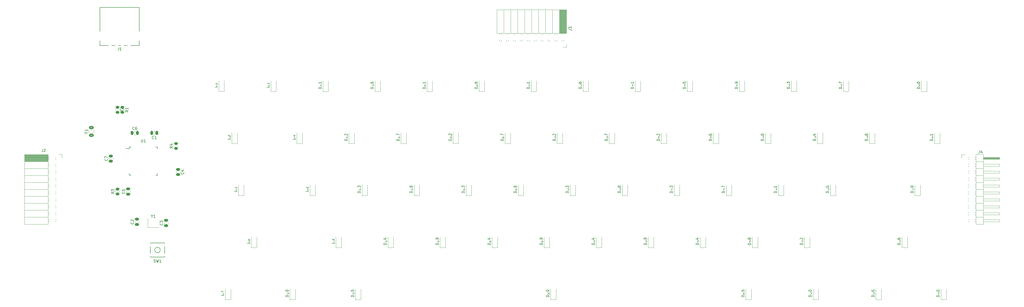
<source format=gto>
G04 #@! TF.GenerationSoftware,KiCad,Pcbnew,(6.0.9)*
G04 #@! TF.CreationDate,2023-04-02T22:18:35-05:00*
G04 #@! TF.ProjectId,BasePCB,42617365-5043-4422-9e6b-696361645f70,rev?*
G04 #@! TF.SameCoordinates,Original*
G04 #@! TF.FileFunction,Legend,Top*
G04 #@! TF.FilePolarity,Positive*
%FSLAX46Y46*%
G04 Gerber Fmt 4.6, Leading zero omitted, Abs format (unit mm)*
G04 Created by KiCad (PCBNEW (6.0.9)) date 2023-04-02 22:18:35*
%MOMM*%
%LPD*%
G01*
G04 APERTURE LIST*
G04 Aperture macros list*
%AMRoundRect*
0 Rectangle with rounded corners*
0 $1 Rounding radius*
0 $2 $3 $4 $5 $6 $7 $8 $9 X,Y pos of 4 corners*
0 Add a 4 corners polygon primitive as box body*
4,1,4,$2,$3,$4,$5,$6,$7,$8,$9,$2,$3,0*
0 Add four circle primitives for the rounded corners*
1,1,$1+$1,$2,$3*
1,1,$1+$1,$4,$5*
1,1,$1+$1,$6,$7*
1,1,$1+$1,$8,$9*
0 Add four rect primitives between the rounded corners*
20,1,$1+$1,$2,$3,$4,$5,0*
20,1,$1+$1,$4,$5,$6,$7,0*
20,1,$1+$1,$6,$7,$8,$9,0*
20,1,$1+$1,$8,$9,$2,$3,0*%
G04 Aperture macros list end*
%ADD10C,0.150000*%
%ADD11C,0.120000*%
%ADD12C,1.750000*%
%ADD13C,3.987800*%
%ADD14RoundRect,0.250000X-0.450000X0.262500X-0.450000X-0.262500X0.450000X-0.262500X0.450000X0.262500X0*%
%ADD15RoundRect,0.250000X0.250000X0.475000X-0.250000X0.475000X-0.250000X-0.475000X0.250000X-0.475000X0*%
%ADD16R,1.200000X0.900000*%
%ADD17RoundRect,0.250000X0.450000X-0.262500X0.450000X0.262500X-0.450000X0.262500X-0.450000X-0.262500X0*%
%ADD18R,1.800000X1.100000*%
%ADD19R,1.700000X1.700000*%
%ADD20O,1.700000X1.700000*%
%ADD21R,1.500000X0.550000*%
%ADD22R,0.550000X1.500000*%
%ADD23RoundRect,0.250000X0.475000X-0.250000X0.475000X0.250000X-0.475000X0.250000X-0.475000X-0.250000X0*%
%ADD24O,1.500000X2.000000*%
%ADD25C,3.500000*%
%ADD26R,1.400000X1.200000*%
%ADD27RoundRect,0.250000X0.625000X-0.375000X0.625000X0.375000X-0.625000X0.375000X-0.625000X-0.375000X0*%
%ADD28RoundRect,0.250000X-0.250000X-0.475000X0.250000X-0.475000X0.250000X0.475000X-0.250000X0.475000X0*%
%ADD29RoundRect,0.250000X-0.475000X0.250000X-0.475000X-0.250000X0.475000X-0.250000X0.475000X0.250000X0*%
G04 APERTURE END LIST*
D10*
X-126421619Y119467333D02*
X-126897809Y119134000D01*
X-126421619Y118895904D02*
X-127421619Y118895904D01*
X-127421619Y119276857D01*
X-127374000Y119372095D01*
X-127326380Y119419714D01*
X-127231142Y119467333D01*
X-127088285Y119467333D01*
X-126993047Y119419714D01*
X-126945428Y119372095D01*
X-126897809Y119276857D01*
X-126897809Y118895904D01*
X-127326380Y119848285D02*
X-127374000Y119895904D01*
X-127421619Y119991142D01*
X-127421619Y120229238D01*
X-127374000Y120324476D01*
X-127326380Y120372095D01*
X-127231142Y120419714D01*
X-127135904Y120419714D01*
X-126993047Y120372095D01*
X-126421619Y119800666D01*
X-126421619Y120419714D01*
X-115260416Y109087857D02*
X-115308035Y109040238D01*
X-115450892Y108992619D01*
X-115546130Y108992619D01*
X-115688988Y109040238D01*
X-115784226Y109135476D01*
X-115831845Y109230714D01*
X-115879464Y109421190D01*
X-115879464Y109564047D01*
X-115831845Y109754523D01*
X-115784226Y109849761D01*
X-115688988Y109945000D01*
X-115546130Y109992619D01*
X-115450892Y109992619D01*
X-115308035Y109945000D01*
X-115260416Y109897380D01*
X-114308035Y108992619D02*
X-114879464Y108992619D01*
X-114593750Y108992619D02*
X-114593750Y109992619D01*
X-114688988Y109849761D01*
X-114784226Y109754523D01*
X-114879464Y109706904D01*
X-20597619Y89273214D02*
X-21597619Y89273214D01*
X-21597619Y89511309D01*
X-21550000Y89654166D01*
X-21454761Y89749404D01*
X-21359523Y89797023D01*
X-21169047Y89844642D01*
X-21026190Y89844642D01*
X-20835714Y89797023D01*
X-20740476Y89749404D01*
X-20645238Y89654166D01*
X-20597619Y89511309D01*
X-20597619Y89273214D01*
X-20597619Y90797023D02*
X-20597619Y90225595D01*
X-20597619Y90511309D02*
X-21597619Y90511309D01*
X-21454761Y90416071D01*
X-21359523Y90320833D01*
X-21311904Y90225595D01*
X-21169047Y91368452D02*
X-21216666Y91273214D01*
X-21264285Y91225595D01*
X-21359523Y91177976D01*
X-21407142Y91177976D01*
X-21502380Y91225595D01*
X-21550000Y91273214D01*
X-21597619Y91368452D01*
X-21597619Y91558928D01*
X-21550000Y91654166D01*
X-21502380Y91701785D01*
X-21407142Y91749404D01*
X-21359523Y91749404D01*
X-21264285Y91701785D01*
X-21216666Y91654166D01*
X-21169047Y91558928D01*
X-21169047Y91368452D01*
X-21121428Y91273214D01*
X-21073809Y91225595D01*
X-20978571Y91177976D01*
X-20788095Y91177976D01*
X-20692857Y91225595D01*
X-20645238Y91273214D01*
X-20597619Y91368452D01*
X-20597619Y91558928D01*
X-20645238Y91654166D01*
X-20692857Y91701785D01*
X-20788095Y91749404D01*
X-20978571Y91749404D01*
X-21073809Y91701785D01*
X-21121428Y91654166D01*
X-21169047Y91558928D01*
X-108353869Y106195833D02*
X-108830059Y105862500D01*
X-108353869Y105624404D02*
X-109353869Y105624404D01*
X-109353869Y106005357D01*
X-109306250Y106100595D01*
X-109258630Y106148214D01*
X-109163392Y106195833D01*
X-109020535Y106195833D01*
X-108925297Y106148214D01*
X-108877678Y106100595D01*
X-108830059Y106005357D01*
X-108830059Y105624404D01*
X-109020535Y107052976D02*
X-108353869Y107052976D01*
X-109401488Y106814880D02*
X-108687202Y106576785D01*
X-108687202Y107195833D01*
X127039880Y108323214D02*
X126039880Y108323214D01*
X126039880Y108561309D01*
X126087500Y108704166D01*
X126182738Y108799404D01*
X126277976Y108847023D01*
X126468452Y108894642D01*
X126611309Y108894642D01*
X126801785Y108847023D01*
X126897023Y108799404D01*
X126992261Y108704166D01*
X127039880Y108561309D01*
X127039880Y108323214D01*
X126039880Y109799404D02*
X126039880Y109323214D01*
X126516071Y109275595D01*
X126468452Y109323214D01*
X126420833Y109418452D01*
X126420833Y109656547D01*
X126468452Y109751785D01*
X126516071Y109799404D01*
X126611309Y109847023D01*
X126849404Y109847023D01*
X126944642Y109799404D01*
X126992261Y109751785D01*
X127039880Y109656547D01*
X127039880Y109418452D01*
X126992261Y109323214D01*
X126944642Y109275595D01*
X126373214Y110704166D02*
X127039880Y110704166D01*
X125992261Y110466071D02*
X126706547Y110227976D01*
X126706547Y110847023D01*
X-53935119Y127373214D02*
X-54935119Y127373214D01*
X-54935119Y127611309D01*
X-54887500Y127754166D01*
X-54792261Y127849404D01*
X-54697023Y127897023D01*
X-54506547Y127944642D01*
X-54363690Y127944642D01*
X-54173214Y127897023D01*
X-54077976Y127849404D01*
X-53982738Y127754166D01*
X-53935119Y127611309D01*
X-53935119Y127373214D01*
X-53935119Y128897023D02*
X-53935119Y128325595D01*
X-53935119Y128611309D02*
X-54935119Y128611309D01*
X-54792261Y128516071D01*
X-54697023Y128420833D01*
X-54649404Y128325595D01*
X-53935119Y129849404D02*
X-53935119Y129277976D01*
X-53935119Y129563690D02*
X-54935119Y129563690D01*
X-54792261Y129468452D01*
X-54697023Y129373214D01*
X-54649404Y129277976D01*
X-115252333Y63793738D02*
X-115109476Y63746119D01*
X-114871380Y63746119D01*
X-114776142Y63793738D01*
X-114728523Y63841357D01*
X-114680904Y63936595D01*
X-114680904Y64031833D01*
X-114728523Y64127071D01*
X-114776142Y64174690D01*
X-114871380Y64222309D01*
X-115061857Y64269928D01*
X-115157095Y64317547D01*
X-115204714Y64365166D01*
X-115252333Y64460404D01*
X-115252333Y64555642D01*
X-115204714Y64650880D01*
X-115157095Y64698500D01*
X-115061857Y64746119D01*
X-114823761Y64746119D01*
X-114680904Y64698500D01*
X-114347571Y64746119D02*
X-114109476Y63746119D01*
X-113919000Y64460404D01*
X-113728523Y63746119D01*
X-113490428Y64746119D01*
X-112585666Y63746119D02*
X-113157095Y63746119D01*
X-112871380Y63746119D02*
X-112871380Y64746119D01*
X-112966619Y64603261D01*
X-113061857Y64508023D01*
X-113157095Y64460404D01*
X-1547619Y89273214D02*
X-2547619Y89273214D01*
X-2547619Y89511309D01*
X-2500000Y89654166D01*
X-2404761Y89749404D01*
X-2309523Y89797023D01*
X-2119047Y89844642D01*
X-1976190Y89844642D01*
X-1785714Y89797023D01*
X-1690476Y89749404D01*
X-1595238Y89654166D01*
X-1547619Y89511309D01*
X-1547619Y89273214D01*
X-2452380Y90225595D02*
X-2500000Y90273214D01*
X-2547619Y90368452D01*
X-2547619Y90606547D01*
X-2500000Y90701785D01*
X-2452380Y90749404D01*
X-2357142Y90797023D01*
X-2261904Y90797023D01*
X-2119047Y90749404D01*
X-1547619Y90177976D01*
X-1547619Y90797023D01*
X-2547619Y91130357D02*
X-2547619Y91749404D01*
X-2166666Y91416071D01*
X-2166666Y91558928D01*
X-2119047Y91654166D01*
X-2071428Y91701785D01*
X-1976190Y91749404D01*
X-1738095Y91749404D01*
X-1642857Y91701785D01*
X-1595238Y91654166D01*
X-1547619Y91558928D01*
X-1547619Y91273214D01*
X-1595238Y91177976D01*
X-1642857Y91130357D01*
X-92035119Y127911904D02*
X-93035119Y127911904D01*
X-93035119Y128150000D01*
X-92987500Y128292857D01*
X-92892261Y128388095D01*
X-92797023Y128435714D01*
X-92606547Y128483333D01*
X-92463690Y128483333D01*
X-92273214Y128435714D01*
X-92177976Y128388095D01*
X-92082738Y128292857D01*
X-92035119Y128150000D01*
X-92035119Y127911904D01*
X-92035119Y129435714D02*
X-92035119Y128864285D01*
X-92035119Y129150000D02*
X-93035119Y129150000D01*
X-92892261Y129054761D01*
X-92797023Y128959523D01*
X-92749404Y128864285D01*
X186996666Y104730119D02*
X186996666Y104015833D01*
X186949047Y103872976D01*
X186853809Y103777738D01*
X186710952Y103730119D01*
X186615714Y103730119D01*
X187901428Y104396785D02*
X187901428Y103730119D01*
X187663333Y104777738D02*
X187425238Y104063452D01*
X188044285Y104063452D01*
X-119824404Y108803869D02*
X-119824404Y107994345D01*
X-119776785Y107899107D01*
X-119729166Y107851488D01*
X-119633928Y107803869D01*
X-119443452Y107803869D01*
X-119348214Y107851488D01*
X-119300595Y107899107D01*
X-119252976Y107994345D01*
X-119252976Y108803869D01*
X-118252976Y107803869D02*
X-118824404Y107803869D01*
X-118538690Y107803869D02*
X-118538690Y108803869D01*
X-118633928Y108661011D01*
X-118729166Y108565773D01*
X-118824404Y108518154D01*
X-80128869Y70699404D02*
X-81128869Y70699404D01*
X-81128869Y70937500D01*
X-81081250Y71080357D01*
X-80986011Y71175595D01*
X-80890773Y71223214D01*
X-80700297Y71270833D01*
X-80557440Y71270833D01*
X-80366964Y71223214D01*
X-80271726Y71175595D01*
X-80176488Y71080357D01*
X-80128869Y70937500D01*
X-80128869Y70699404D01*
X-81128869Y72127976D02*
X-81128869Y71937500D01*
X-81081250Y71842261D01*
X-81033630Y71794642D01*
X-80890773Y71699404D01*
X-80700297Y71651785D01*
X-80319345Y71651785D01*
X-80224107Y71699404D01*
X-80176488Y71747023D01*
X-80128869Y71842261D01*
X-80128869Y72032738D01*
X-80176488Y72127976D01*
X-80224107Y72175595D01*
X-80319345Y72223214D01*
X-80557440Y72223214D01*
X-80652678Y72175595D01*
X-80700297Y72127976D01*
X-80747916Y72032738D01*
X-80747916Y71842261D01*
X-80700297Y71747023D01*
X-80652678Y71699404D01*
X-80557440Y71651785D01*
X36552380Y89273214D02*
X35552380Y89273214D01*
X35552380Y89511309D01*
X35600000Y89654166D01*
X35695238Y89749404D01*
X35790476Y89797023D01*
X35980952Y89844642D01*
X36123809Y89844642D01*
X36314285Y89797023D01*
X36409523Y89749404D01*
X36504761Y89654166D01*
X36552380Y89511309D01*
X36552380Y89273214D01*
X35552380Y90177976D02*
X35552380Y90797023D01*
X35933333Y90463690D01*
X35933333Y90606547D01*
X35980952Y90701785D01*
X36028571Y90749404D01*
X36123809Y90797023D01*
X36361904Y90797023D01*
X36457142Y90749404D01*
X36504761Y90701785D01*
X36552380Y90606547D01*
X36552380Y90320833D01*
X36504761Y90225595D01*
X36457142Y90177976D01*
X35552380Y91130357D02*
X35552380Y91749404D01*
X35933333Y91416071D01*
X35933333Y91558928D01*
X35980952Y91654166D01*
X36028571Y91701785D01*
X36123809Y91749404D01*
X36361904Y91749404D01*
X36457142Y91701785D01*
X36504761Y91654166D01*
X36552380Y91558928D01*
X36552380Y91273214D01*
X36504761Y91177976D01*
X36457142Y91130357D01*
X46077380Y70223214D02*
X45077380Y70223214D01*
X45077380Y70461309D01*
X45125000Y70604166D01*
X45220238Y70699404D01*
X45315476Y70747023D01*
X45505952Y70794642D01*
X45648809Y70794642D01*
X45839285Y70747023D01*
X45934523Y70699404D01*
X46029761Y70604166D01*
X46077380Y70461309D01*
X46077380Y70223214D01*
X45077380Y71127976D02*
X45077380Y71747023D01*
X45458333Y71413690D01*
X45458333Y71556547D01*
X45505952Y71651785D01*
X45553571Y71699404D01*
X45648809Y71747023D01*
X45886904Y71747023D01*
X45982142Y71699404D01*
X46029761Y71651785D01*
X46077380Y71556547D01*
X46077380Y71270833D01*
X46029761Y71175595D01*
X45982142Y71127976D01*
X45410714Y72604166D02*
X46077380Y72604166D01*
X45029761Y72366071D02*
X45744047Y72127976D01*
X45744047Y72747023D01*
X112752380Y89273214D02*
X111752380Y89273214D01*
X111752380Y89511309D01*
X111800000Y89654166D01*
X111895238Y89749404D01*
X111990476Y89797023D01*
X112180952Y89844642D01*
X112323809Y89844642D01*
X112514285Y89797023D01*
X112609523Y89749404D01*
X112704761Y89654166D01*
X112752380Y89511309D01*
X112752380Y89273214D01*
X111752380Y90749404D02*
X111752380Y90273214D01*
X112228571Y90225595D01*
X112180952Y90273214D01*
X112133333Y90368452D01*
X112133333Y90606547D01*
X112180952Y90701785D01*
X112228571Y90749404D01*
X112323809Y90797023D01*
X112561904Y90797023D01*
X112657142Y90749404D01*
X112704761Y90701785D01*
X112752380Y90606547D01*
X112752380Y90368452D01*
X112704761Y90273214D01*
X112657142Y90225595D01*
X112752380Y91749404D02*
X112752380Y91177976D01*
X112752380Y91463690D02*
X111752380Y91463690D01*
X111895238Y91368452D01*
X111990476Y91273214D01*
X112038095Y91177976D01*
X172283630Y51173214D02*
X171283630Y51173214D01*
X171283630Y51411309D01*
X171331250Y51554166D01*
X171426488Y51649404D01*
X171521726Y51697023D01*
X171712202Y51744642D01*
X171855059Y51744642D01*
X172045535Y51697023D01*
X172140773Y51649404D01*
X172236011Y51554166D01*
X172283630Y51411309D01*
X172283630Y51173214D01*
X171616964Y52601785D02*
X172283630Y52601785D01*
X171236011Y52363690D02*
X171950297Y52125595D01*
X171950297Y52744642D01*
X171283630Y53316071D02*
X171283630Y53411309D01*
X171331250Y53506547D01*
X171378869Y53554166D01*
X171474107Y53601785D01*
X171664583Y53649404D01*
X171902678Y53649404D01*
X172093154Y53601785D01*
X172188392Y53554166D01*
X172236011Y53506547D01*
X172283630Y53411309D01*
X172283630Y53316071D01*
X172236011Y53220833D01*
X172188392Y53173214D01*
X172093154Y53125595D01*
X171902678Y53077976D01*
X171664583Y53077976D01*
X171474107Y53125595D01*
X171378869Y53173214D01*
X171331250Y53220833D01*
X171283630Y53316071D01*
X-112066857Y77999333D02*
X-112019238Y77951714D01*
X-111971619Y77808857D01*
X-111971619Y77713619D01*
X-112019238Y77570761D01*
X-112114476Y77475523D01*
X-112209714Y77427904D01*
X-112400190Y77380285D01*
X-112543047Y77380285D01*
X-112733523Y77427904D01*
X-112828761Y77475523D01*
X-112924000Y77570761D01*
X-112971619Y77713619D01*
X-112971619Y77808857D01*
X-112924000Y77951714D01*
X-112876380Y77999333D01*
X-112971619Y78332666D02*
X-112971619Y78951714D01*
X-112590666Y78618380D01*
X-112590666Y78761238D01*
X-112543047Y78856476D01*
X-112495428Y78904095D01*
X-112400190Y78951714D01*
X-112162095Y78951714D01*
X-112066857Y78904095D01*
X-112019238Y78856476D01*
X-111971619Y78761238D01*
X-111971619Y78475523D01*
X-112019238Y78380285D01*
X-112066857Y78332666D01*
X-63460119Y108799404D02*
X-64460119Y108799404D01*
X-64460119Y109037500D01*
X-64412500Y109180357D01*
X-64317261Y109275595D01*
X-64222023Y109323214D01*
X-64031547Y109370833D01*
X-63888690Y109370833D01*
X-63698214Y109323214D01*
X-63602976Y109275595D01*
X-63507738Y109180357D01*
X-63460119Y109037500D01*
X-63460119Y108799404D01*
X-64126785Y110227976D02*
X-63460119Y110227976D01*
X-64507738Y109989880D02*
X-63793452Y109751785D01*
X-63793452Y110370833D01*
X3214880Y127373214D02*
X2214880Y127373214D01*
X2214880Y127611309D01*
X2262500Y127754166D01*
X2357738Y127849404D01*
X2452976Y127897023D01*
X2643452Y127944642D01*
X2786309Y127944642D01*
X2976785Y127897023D01*
X3072023Y127849404D01*
X3167261Y127754166D01*
X3214880Y127611309D01*
X3214880Y127373214D01*
X2310119Y128325595D02*
X2262500Y128373214D01*
X2214880Y128468452D01*
X2214880Y128706547D01*
X2262500Y128801785D01*
X2310119Y128849404D01*
X2405357Y128897023D01*
X2500595Y128897023D01*
X2643452Y128849404D01*
X3214880Y128277976D01*
X3214880Y128897023D01*
X2214880Y129754166D02*
X2214880Y129563690D01*
X2262500Y129468452D01*
X2310119Y129420833D01*
X2452976Y129325595D01*
X2643452Y129277976D01*
X3024404Y129277976D01*
X3119642Y129325595D01*
X3167261Y129373214D01*
X3214880Y129468452D01*
X3214880Y129658928D01*
X3167261Y129754166D01*
X3119642Y129801785D01*
X3024404Y129849404D01*
X2786309Y129849404D01*
X2691071Y129801785D01*
X2643452Y129754166D01*
X2595833Y129658928D01*
X2595833Y129468452D01*
X2643452Y129373214D01*
X2691071Y129325595D01*
X2786309Y129277976D01*
X29408630Y51173214D02*
X28408630Y51173214D01*
X28408630Y51411309D01*
X28456250Y51554166D01*
X28551488Y51649404D01*
X28646726Y51697023D01*
X28837202Y51744642D01*
X28980059Y51744642D01*
X29170535Y51697023D01*
X29265773Y51649404D01*
X29361011Y51554166D01*
X29408630Y51411309D01*
X29408630Y51173214D01*
X28503869Y52125595D02*
X28456250Y52173214D01*
X28408630Y52268452D01*
X28408630Y52506547D01*
X28456250Y52601785D01*
X28503869Y52649404D01*
X28599107Y52697023D01*
X28694345Y52697023D01*
X28837202Y52649404D01*
X29408630Y52077976D01*
X29408630Y52697023D01*
X28408630Y53316071D02*
X28408630Y53411309D01*
X28456250Y53506547D01*
X28503869Y53554166D01*
X28599107Y53601785D01*
X28789583Y53649404D01*
X29027678Y53649404D01*
X29218154Y53601785D01*
X29313392Y53554166D01*
X29361011Y53506547D01*
X29408630Y53411309D01*
X29408630Y53316071D01*
X29361011Y53220833D01*
X29313392Y53173214D01*
X29218154Y53125595D01*
X29027678Y53077976D01*
X28789583Y53077976D01*
X28599107Y53125595D01*
X28503869Y53173214D01*
X28456250Y53220833D01*
X28408630Y53316071D01*
X-11072619Y70223214D02*
X-12072619Y70223214D01*
X-12072619Y70461309D01*
X-12025000Y70604166D01*
X-11929761Y70699404D01*
X-11834523Y70747023D01*
X-11644047Y70794642D01*
X-11501190Y70794642D01*
X-11310714Y70747023D01*
X-11215476Y70699404D01*
X-11120238Y70604166D01*
X-11072619Y70461309D01*
X-11072619Y70223214D01*
X-11072619Y71747023D02*
X-11072619Y71175595D01*
X-11072619Y71461309D02*
X-12072619Y71461309D01*
X-11929761Y71366071D01*
X-11834523Y71270833D01*
X-11786904Y71175595D01*
X-11072619Y72223214D02*
X-11072619Y72413690D01*
X-11120238Y72508928D01*
X-11167857Y72556547D01*
X-11310714Y72651785D01*
X-11501190Y72699404D01*
X-11882142Y72699404D01*
X-11977380Y72651785D01*
X-12025000Y72604166D01*
X-12072619Y72508928D01*
X-12072619Y72318452D01*
X-12025000Y72223214D01*
X-11977380Y72175595D01*
X-11882142Y72127976D01*
X-11644047Y72127976D01*
X-11548809Y72175595D01*
X-11501190Y72223214D01*
X-11453571Y72318452D01*
X-11453571Y72508928D01*
X-11501190Y72604166D01*
X-11548809Y72651785D01*
X-11644047Y72699404D01*
X-125941607Y89527083D02*
X-125893988Y89479464D01*
X-125846369Y89336607D01*
X-125846369Y89241369D01*
X-125893988Y89098511D01*
X-125989226Y89003273D01*
X-126084464Y88955654D01*
X-126274940Y88908035D01*
X-126417797Y88908035D01*
X-126608273Y88955654D01*
X-126703511Y89003273D01*
X-126798750Y89098511D01*
X-126846369Y89241369D01*
X-126846369Y89336607D01*
X-126798750Y89479464D01*
X-126751130Y89527083D01*
X-126846369Y90431845D02*
X-126846369Y89955654D01*
X-126370178Y89908035D01*
X-126417797Y89955654D01*
X-126465416Y90050892D01*
X-126465416Y90288988D01*
X-126417797Y90384226D01*
X-126370178Y90431845D01*
X-126274940Y90479464D01*
X-126036845Y90479464D01*
X-125941607Y90431845D01*
X-125893988Y90384226D01*
X-125846369Y90288988D01*
X-125846369Y90050892D01*
X-125893988Y89955654D01*
X-125941607Y89908035D01*
X98464880Y127373214D02*
X97464880Y127373214D01*
X97464880Y127611309D01*
X97512500Y127754166D01*
X97607738Y127849404D01*
X97702976Y127897023D01*
X97893452Y127944642D01*
X98036309Y127944642D01*
X98226785Y127897023D01*
X98322023Y127849404D01*
X98417261Y127754166D01*
X98464880Y127611309D01*
X98464880Y127373214D01*
X97798214Y128801785D02*
X98464880Y128801785D01*
X97417261Y128563690D02*
X98131547Y128325595D01*
X98131547Y128944642D01*
X98464880Y129373214D02*
X98464880Y129563690D01*
X98417261Y129658928D01*
X98369642Y129706547D01*
X98226785Y129801785D01*
X98036309Y129849404D01*
X97655357Y129849404D01*
X97560119Y129801785D01*
X97512500Y129754166D01*
X97464880Y129658928D01*
X97464880Y129468452D01*
X97512500Y129373214D01*
X97560119Y129325595D01*
X97655357Y129277976D01*
X97893452Y129277976D01*
X97988690Y129325595D01*
X98036309Y129373214D01*
X98083928Y129468452D01*
X98083928Y129658928D01*
X98036309Y129754166D01*
X97988690Y129801785D01*
X97893452Y129849404D01*
X-34885119Y127373214D02*
X-35885119Y127373214D01*
X-35885119Y127611309D01*
X-35837500Y127754166D01*
X-35742261Y127849404D01*
X-35647023Y127897023D01*
X-35456547Y127944642D01*
X-35313690Y127944642D01*
X-35123214Y127897023D01*
X-35027976Y127849404D01*
X-34932738Y127754166D01*
X-34885119Y127611309D01*
X-34885119Y127373214D01*
X-34885119Y128897023D02*
X-34885119Y128325595D01*
X-34885119Y128611309D02*
X-35885119Y128611309D01*
X-35742261Y128516071D01*
X-35647023Y128420833D01*
X-35599404Y128325595D01*
X-35885119Y129754166D02*
X-35885119Y129563690D01*
X-35837500Y129468452D01*
X-35789880Y129420833D01*
X-35647023Y129325595D01*
X-35456547Y129277976D01*
X-35075595Y129277976D01*
X-34980357Y129325595D01*
X-34932738Y129373214D01*
X-34885119Y129468452D01*
X-34885119Y129658928D01*
X-34932738Y129754166D01*
X-34980357Y129801785D01*
X-35075595Y129849404D01*
X-35313690Y129849404D01*
X-35408928Y129801785D01*
X-35456547Y129754166D01*
X-35504166Y129658928D01*
X-35504166Y129468452D01*
X-35456547Y129373214D01*
X-35408928Y129325595D01*
X-35313690Y129277976D01*
X-128127083Y142456369D02*
X-128127083Y141742083D01*
X-128174702Y141599226D01*
X-128269940Y141503988D01*
X-128412797Y141456369D01*
X-128508035Y141456369D01*
X-127127083Y141456369D02*
X-127698511Y141456369D01*
X-127412797Y141456369D02*
X-127412797Y142456369D01*
X-127508035Y142313511D01*
X-127603273Y142218273D01*
X-127698511Y142170654D01*
X-66000119Y51173214D02*
X-67000119Y51173214D01*
X-67000119Y51411309D01*
X-66952500Y51554166D01*
X-66857261Y51649404D01*
X-66762023Y51697023D01*
X-66571547Y51744642D01*
X-66428690Y51744642D01*
X-66238214Y51697023D01*
X-66142976Y51649404D01*
X-66047738Y51554166D01*
X-66000119Y51411309D01*
X-66000119Y51173214D01*
X-66000119Y52697023D02*
X-66000119Y52125595D01*
X-66000119Y52411309D02*
X-67000119Y52411309D01*
X-66857261Y52316071D01*
X-66762023Y52220833D01*
X-66714404Y52125595D01*
X-67000119Y53316071D02*
X-67000119Y53411309D01*
X-66952500Y53506547D01*
X-66904880Y53554166D01*
X-66809642Y53601785D01*
X-66619166Y53649404D01*
X-66381071Y53649404D01*
X-66190595Y53601785D01*
X-66095357Y53554166D01*
X-66047738Y53506547D01*
X-66000119Y53411309D01*
X-66000119Y53316071D01*
X-66047738Y53220833D01*
X-66095357Y53173214D01*
X-66190595Y53125595D01*
X-66381071Y53077976D01*
X-66619166Y53077976D01*
X-66809642Y53125595D01*
X-66904880Y53173214D01*
X-66952500Y53220833D01*
X-67000119Y53316071D01*
X-25360119Y108323214D02*
X-26360119Y108323214D01*
X-26360119Y108561309D01*
X-26312500Y108704166D01*
X-26217261Y108799404D01*
X-26122023Y108847023D01*
X-25931547Y108894642D01*
X-25788690Y108894642D01*
X-25598214Y108847023D01*
X-25502976Y108799404D01*
X-25407738Y108704166D01*
X-25360119Y108561309D01*
X-25360119Y108323214D01*
X-25360119Y109847023D02*
X-25360119Y109275595D01*
X-25360119Y109561309D02*
X-26360119Y109561309D01*
X-26217261Y109466071D01*
X-26122023Y109370833D01*
X-26074404Y109275595D01*
X-26360119Y110180357D02*
X-26360119Y110847023D01*
X-25360119Y110418452D01*
X-155933333Y105255119D02*
X-155933333Y104540833D01*
X-155980952Y104397976D01*
X-156076190Y104302738D01*
X-156219047Y104255119D01*
X-156314285Y104255119D01*
X-155504761Y105159880D02*
X-155457142Y105207500D01*
X-155361904Y105255119D01*
X-155123809Y105255119D01*
X-155028571Y105207500D01*
X-154980952Y105159880D01*
X-154933333Y105064642D01*
X-154933333Y104969404D01*
X-154980952Y104826547D01*
X-155552380Y104255119D01*
X-154933333Y104255119D01*
X125452380Y51173214D02*
X124452380Y51173214D01*
X124452380Y51411309D01*
X124500000Y51554166D01*
X124595238Y51649404D01*
X124690476Y51697023D01*
X124880952Y51744642D01*
X125023809Y51744642D01*
X125214285Y51697023D01*
X125309523Y51649404D01*
X125404761Y51554166D01*
X125452380Y51411309D01*
X125452380Y51173214D01*
X124452380Y52077976D02*
X124452380Y52697023D01*
X124833333Y52363690D01*
X124833333Y52506547D01*
X124880952Y52601785D01*
X124928571Y52649404D01*
X125023809Y52697023D01*
X125261904Y52697023D01*
X125357142Y52649404D01*
X125404761Y52601785D01*
X125452380Y52506547D01*
X125452380Y52220833D01*
X125404761Y52125595D01*
X125357142Y52077976D01*
X124452380Y53316071D02*
X124452380Y53411309D01*
X124500000Y53506547D01*
X124547619Y53554166D01*
X124642857Y53601785D01*
X124833333Y53649404D01*
X125071428Y53649404D01*
X125261904Y53601785D01*
X125357142Y53554166D01*
X125404761Y53506547D01*
X125452380Y53411309D01*
X125452380Y53316071D01*
X125404761Y53220833D01*
X125357142Y53173214D01*
X125261904Y53125595D01*
X125071428Y53077976D01*
X124833333Y53077976D01*
X124642857Y53125595D01*
X124547619Y53173214D01*
X124500000Y53220833D01*
X124452380Y53316071D01*
X22264880Y127373214D02*
X21264880Y127373214D01*
X21264880Y127611309D01*
X21312500Y127754166D01*
X21407738Y127849404D01*
X21502976Y127897023D01*
X21693452Y127944642D01*
X21836309Y127944642D01*
X22026785Y127897023D01*
X22122023Y127849404D01*
X22217261Y127754166D01*
X22264880Y127611309D01*
X22264880Y127373214D01*
X21264880Y128277976D02*
X21264880Y128897023D01*
X21645833Y128563690D01*
X21645833Y128706547D01*
X21693452Y128801785D01*
X21741071Y128849404D01*
X21836309Y128897023D01*
X22074404Y128897023D01*
X22169642Y128849404D01*
X22217261Y128801785D01*
X22264880Y128706547D01*
X22264880Y128420833D01*
X22217261Y128325595D01*
X22169642Y128277976D01*
X22264880Y129849404D02*
X22264880Y129277976D01*
X22264880Y129563690D02*
X21264880Y129563690D01*
X21407738Y129468452D01*
X21502976Y129373214D01*
X21550595Y129277976D01*
X-115943690Y80621309D02*
X-115943690Y80145119D01*
X-116277023Y81145119D02*
X-115943690Y80621309D01*
X-115610357Y81145119D01*
X-114753214Y80145119D02*
X-115324642Y80145119D01*
X-115038928Y80145119D02*
X-115038928Y81145119D01*
X-115134166Y81002261D01*
X-115229404Y80907023D01*
X-115324642Y80859404D01*
X79414880Y127373214D02*
X78414880Y127373214D01*
X78414880Y127611309D01*
X78462500Y127754166D01*
X78557738Y127849404D01*
X78652976Y127897023D01*
X78843452Y127944642D01*
X78986309Y127944642D01*
X79176785Y127897023D01*
X79272023Y127849404D01*
X79367261Y127754166D01*
X79414880Y127611309D01*
X79414880Y127373214D01*
X78748214Y128801785D02*
X79414880Y128801785D01*
X78367261Y128563690D02*
X79081547Y128325595D01*
X79081547Y128944642D01*
X78414880Y129801785D02*
X78414880Y129325595D01*
X78891071Y129277976D01*
X78843452Y129325595D01*
X78795833Y129420833D01*
X78795833Y129658928D01*
X78843452Y129754166D01*
X78891071Y129801785D01*
X78986309Y129849404D01*
X79224404Y129849404D01*
X79319642Y129801785D01*
X79367261Y129754166D01*
X79414880Y129658928D01*
X79414880Y129420833D01*
X79367261Y129325595D01*
X79319642Y129277976D01*
X136564880Y127373214D02*
X135564880Y127373214D01*
X135564880Y127611309D01*
X135612500Y127754166D01*
X135707738Y127849404D01*
X135802976Y127897023D01*
X135993452Y127944642D01*
X136136309Y127944642D01*
X136326785Y127897023D01*
X136422023Y127849404D01*
X136517261Y127754166D01*
X136564880Y127611309D01*
X136564880Y127373214D01*
X135564880Y128849404D02*
X135564880Y128373214D01*
X136041071Y128325595D01*
X135993452Y128373214D01*
X135945833Y128468452D01*
X135945833Y128706547D01*
X135993452Y128801785D01*
X136041071Y128849404D01*
X136136309Y128897023D01*
X136374404Y128897023D01*
X136469642Y128849404D01*
X136517261Y128801785D01*
X136564880Y128706547D01*
X136564880Y128468452D01*
X136517261Y128373214D01*
X136469642Y128325595D01*
X135564880Y129230357D02*
X135564880Y129897023D01*
X136564880Y129468452D01*
X-72985119Y127849404D02*
X-73985119Y127849404D01*
X-73985119Y128087500D01*
X-73937500Y128230357D01*
X-73842261Y128325595D01*
X-73747023Y128373214D01*
X-73556547Y128420833D01*
X-73413690Y128420833D01*
X-73223214Y128373214D01*
X-73127976Y128325595D01*
X-73032738Y128230357D01*
X-72985119Y128087500D01*
X-72985119Y127849404D01*
X-73985119Y128754166D02*
X-73985119Y129373214D01*
X-73604166Y129039880D01*
X-73604166Y129182738D01*
X-73556547Y129277976D01*
X-73508928Y129325595D01*
X-73413690Y129373214D01*
X-73175595Y129373214D01*
X-73080357Y129325595D01*
X-73032738Y129277976D01*
X-72985119Y129182738D01*
X-72985119Y128897023D01*
X-73032738Y128801785D01*
X-73080357Y128754166D01*
X-39647619Y89273214D02*
X-40647619Y89273214D01*
X-40647619Y89511309D01*
X-40600000Y89654166D01*
X-40504761Y89749404D01*
X-40409523Y89797023D01*
X-40219047Y89844642D01*
X-40076190Y89844642D01*
X-39885714Y89797023D01*
X-39790476Y89749404D01*
X-39695238Y89654166D01*
X-39647619Y89511309D01*
X-39647619Y89273214D01*
X-39647619Y90797023D02*
X-39647619Y90225595D01*
X-39647619Y90511309D02*
X-40647619Y90511309D01*
X-40504761Y90416071D01*
X-40409523Y90320833D01*
X-40361904Y90225595D01*
X-40647619Y91130357D02*
X-40647619Y91749404D01*
X-40266666Y91416071D01*
X-40266666Y91558928D01*
X-40219047Y91654166D01*
X-40171428Y91701785D01*
X-40076190Y91749404D01*
X-39838095Y91749404D01*
X-39742857Y91701785D01*
X-39695238Y91654166D01*
X-39647619Y91558928D01*
X-39647619Y91273214D01*
X-39695238Y91177976D01*
X-39742857Y91130357D01*
X12739880Y108323214D02*
X11739880Y108323214D01*
X11739880Y108561309D01*
X11787500Y108704166D01*
X11882738Y108799404D01*
X11977976Y108847023D01*
X12168452Y108894642D01*
X12311309Y108894642D01*
X12501785Y108847023D01*
X12597023Y108799404D01*
X12692261Y108704166D01*
X12739880Y108561309D01*
X12739880Y108323214D01*
X11835119Y109275595D02*
X11787500Y109323214D01*
X11739880Y109418452D01*
X11739880Y109656547D01*
X11787500Y109751785D01*
X11835119Y109799404D01*
X11930357Y109847023D01*
X12025595Y109847023D01*
X12168452Y109799404D01*
X12739880Y109227976D01*
X12739880Y109847023D01*
X11739880Y110180357D02*
X11739880Y110847023D01*
X12739880Y110418452D01*
X100846130Y51173214D02*
X99846130Y51173214D01*
X99846130Y51411309D01*
X99893750Y51554166D01*
X99988988Y51649404D01*
X100084226Y51697023D01*
X100274702Y51744642D01*
X100417559Y51744642D01*
X100608035Y51697023D01*
X100703273Y51649404D01*
X100798511Y51554166D01*
X100846130Y51411309D01*
X100846130Y51173214D01*
X99941369Y52125595D02*
X99893750Y52173214D01*
X99846130Y52268452D01*
X99846130Y52506547D01*
X99893750Y52601785D01*
X99941369Y52649404D01*
X100036607Y52697023D01*
X100131845Y52697023D01*
X100274702Y52649404D01*
X100846130Y52077976D01*
X100846130Y52697023D01*
X99846130Y53601785D02*
X99846130Y53125595D01*
X100322321Y53077976D01*
X100274702Y53125595D01*
X100227083Y53220833D01*
X100227083Y53458928D01*
X100274702Y53554166D01*
X100322321Y53601785D01*
X100417559Y53649404D01*
X100655654Y53649404D01*
X100750892Y53601785D01*
X100798511Y53554166D01*
X100846130Y53458928D01*
X100846130Y53220833D01*
X100798511Y53125595D01*
X100750892Y53077976D01*
X36671130Y148985416D02*
X37385416Y148985416D01*
X37528273Y148937797D01*
X37623511Y148842559D01*
X37671130Y148699702D01*
X37671130Y148604464D01*
X36671130Y149366369D02*
X36671130Y149985416D01*
X37052083Y149652083D01*
X37052083Y149794940D01*
X37099702Y149890178D01*
X37147321Y149937797D01*
X37242559Y149985416D01*
X37480654Y149985416D01*
X37575892Y149937797D01*
X37623511Y149890178D01*
X37671130Y149794940D01*
X37671130Y149509226D01*
X37623511Y149413988D01*
X37575892Y149366369D01*
X-15835119Y127373214D02*
X-16835119Y127373214D01*
X-16835119Y127611309D01*
X-16787500Y127754166D01*
X-16692261Y127849404D01*
X-16597023Y127897023D01*
X-16406547Y127944642D01*
X-16263690Y127944642D01*
X-16073214Y127897023D01*
X-15977976Y127849404D01*
X-15882738Y127754166D01*
X-15835119Y127611309D01*
X-15835119Y127373214D01*
X-16739880Y128325595D02*
X-16787500Y128373214D01*
X-16835119Y128468452D01*
X-16835119Y128706547D01*
X-16787500Y128801785D01*
X-16739880Y128849404D01*
X-16644642Y128897023D01*
X-16549404Y128897023D01*
X-16406547Y128849404D01*
X-15835119Y128277976D01*
X-15835119Y128897023D01*
X-15835119Y129849404D02*
X-15835119Y129277976D01*
X-15835119Y129563690D02*
X-16835119Y129563690D01*
X-16692261Y129468452D01*
X-16597023Y129373214D01*
X-16549404Y129277976D01*
X65127380Y70223214D02*
X64127380Y70223214D01*
X64127380Y70461309D01*
X64175000Y70604166D01*
X64270238Y70699404D01*
X64365476Y70747023D01*
X64555952Y70794642D01*
X64698809Y70794642D01*
X64889285Y70747023D01*
X64984523Y70699404D01*
X65079761Y70604166D01*
X65127380Y70461309D01*
X65127380Y70223214D01*
X64127380Y71127976D02*
X64127380Y71747023D01*
X64508333Y71413690D01*
X64508333Y71556547D01*
X64555952Y71651785D01*
X64603571Y71699404D01*
X64698809Y71747023D01*
X64936904Y71747023D01*
X65032142Y71699404D01*
X65079761Y71651785D01*
X65127380Y71556547D01*
X65127380Y71270833D01*
X65079761Y71175595D01*
X65032142Y71127976D01*
X65127380Y72223214D02*
X65127380Y72413690D01*
X65079761Y72508928D01*
X65032142Y72556547D01*
X64889285Y72651785D01*
X64698809Y72699404D01*
X64317857Y72699404D01*
X64222619Y72651785D01*
X64175000Y72604166D01*
X64127380Y72508928D01*
X64127380Y72318452D01*
X64175000Y72223214D01*
X64222619Y72175595D01*
X64317857Y72127976D01*
X64555952Y72127976D01*
X64651190Y72175595D01*
X64698809Y72223214D01*
X64746428Y72318452D01*
X64746428Y72508928D01*
X64698809Y72604166D01*
X64651190Y72651785D01*
X64555952Y72699404D01*
X88939880Y108323214D02*
X87939880Y108323214D01*
X87939880Y108561309D01*
X87987500Y108704166D01*
X88082738Y108799404D01*
X88177976Y108847023D01*
X88368452Y108894642D01*
X88511309Y108894642D01*
X88701785Y108847023D01*
X88797023Y108799404D01*
X88892261Y108704166D01*
X88939880Y108561309D01*
X88939880Y108323214D01*
X88273214Y109751785D02*
X88939880Y109751785D01*
X87892261Y109513690D02*
X88606547Y109275595D01*
X88606547Y109894642D01*
X87939880Y110704166D02*
X87939880Y110513690D01*
X87987500Y110418452D01*
X88035119Y110370833D01*
X88177976Y110275595D01*
X88368452Y110227976D01*
X88749404Y110227976D01*
X88844642Y110275595D01*
X88892261Y110323214D01*
X88939880Y110418452D01*
X88939880Y110608928D01*
X88892261Y110704166D01*
X88844642Y110751785D01*
X88749404Y110799404D01*
X88511309Y110799404D01*
X88416071Y110751785D01*
X88368452Y110704166D01*
X88320833Y110608928D01*
X88320833Y110418452D01*
X88368452Y110323214D01*
X88416071Y110275595D01*
X88511309Y110227976D01*
X41314880Y127373214D02*
X40314880Y127373214D01*
X40314880Y127611309D01*
X40362500Y127754166D01*
X40457738Y127849404D01*
X40552976Y127897023D01*
X40743452Y127944642D01*
X40886309Y127944642D01*
X41076785Y127897023D01*
X41172023Y127849404D01*
X41267261Y127754166D01*
X41314880Y127611309D01*
X41314880Y127373214D01*
X40314880Y128277976D02*
X40314880Y128897023D01*
X40695833Y128563690D01*
X40695833Y128706547D01*
X40743452Y128801785D01*
X40791071Y128849404D01*
X40886309Y128897023D01*
X41124404Y128897023D01*
X41219642Y128849404D01*
X41267261Y128801785D01*
X41314880Y128706547D01*
X41314880Y128420833D01*
X41267261Y128325595D01*
X41219642Y128277976D01*
X40314880Y129754166D02*
X40314880Y129563690D01*
X40362500Y129468452D01*
X40410119Y129420833D01*
X40552976Y129325595D01*
X40743452Y129277976D01*
X41124404Y129277976D01*
X41219642Y129325595D01*
X41267261Y129373214D01*
X41314880Y129468452D01*
X41314880Y129658928D01*
X41267261Y129754166D01*
X41219642Y129801785D01*
X41124404Y129849404D01*
X40886309Y129849404D01*
X40791071Y129801785D01*
X40743452Y129754166D01*
X40695833Y129658928D01*
X40695833Y129468452D01*
X40743452Y129373214D01*
X40791071Y129325595D01*
X40886309Y129277976D01*
X162758630Y89273214D02*
X161758630Y89273214D01*
X161758630Y89511309D01*
X161806250Y89654166D01*
X161901488Y89749404D01*
X161996726Y89797023D01*
X162187202Y89844642D01*
X162330059Y89844642D01*
X162520535Y89797023D01*
X162615773Y89749404D01*
X162711011Y89654166D01*
X162758630Y89511309D01*
X162758630Y89273214D01*
X161758630Y90749404D02*
X161758630Y90273214D01*
X162234821Y90225595D01*
X162187202Y90273214D01*
X162139583Y90368452D01*
X162139583Y90606547D01*
X162187202Y90701785D01*
X162234821Y90749404D01*
X162330059Y90797023D01*
X162568154Y90797023D01*
X162663392Y90749404D01*
X162711011Y90701785D01*
X162758630Y90606547D01*
X162758630Y90368452D01*
X162711011Y90273214D01*
X162663392Y90225595D01*
X162758630Y91273214D02*
X162758630Y91463690D01*
X162711011Y91558928D01*
X162663392Y91606547D01*
X162520535Y91701785D01*
X162330059Y91749404D01*
X161949107Y91749404D01*
X161853869Y91701785D01*
X161806250Y91654166D01*
X161758630Y91558928D01*
X161758630Y91368452D01*
X161806250Y91273214D01*
X161853869Y91225595D01*
X161949107Y91177976D01*
X162187202Y91177976D01*
X162282440Y91225595D01*
X162330059Y91273214D01*
X162377678Y91368452D01*
X162377678Y91558928D01*
X162330059Y91654166D01*
X162282440Y91701785D01*
X162187202Y91749404D01*
X-122766607Y78414583D02*
X-122718988Y78366964D01*
X-122671369Y78224107D01*
X-122671369Y78128869D01*
X-122718988Y77986011D01*
X-122814226Y77890773D01*
X-122909464Y77843154D01*
X-123099940Y77795535D01*
X-123242797Y77795535D01*
X-123433273Y77843154D01*
X-123528511Y77890773D01*
X-123623750Y77986011D01*
X-123671369Y78128869D01*
X-123671369Y78224107D01*
X-123623750Y78366964D01*
X-123576130Y78414583D01*
X-123576130Y78795535D02*
X-123623750Y78843154D01*
X-123671369Y78938392D01*
X-123671369Y79176488D01*
X-123623750Y79271726D01*
X-123576130Y79319345D01*
X-123480892Y79366964D01*
X-123385654Y79366964D01*
X-123242797Y79319345D01*
X-122671369Y78747916D01*
X-122671369Y79366964D01*
X69889880Y108323214D02*
X68889880Y108323214D01*
X68889880Y108561309D01*
X68937500Y108704166D01*
X69032738Y108799404D01*
X69127976Y108847023D01*
X69318452Y108894642D01*
X69461309Y108894642D01*
X69651785Y108847023D01*
X69747023Y108799404D01*
X69842261Y108704166D01*
X69889880Y108561309D01*
X69889880Y108323214D01*
X69223214Y109751785D02*
X69889880Y109751785D01*
X68842261Y109513690D02*
X69556547Y109275595D01*
X69556547Y109894642D01*
X68985119Y110227976D02*
X68937500Y110275595D01*
X68889880Y110370833D01*
X68889880Y110608928D01*
X68937500Y110704166D01*
X68985119Y110751785D01*
X69080357Y110799404D01*
X69175595Y110799404D01*
X69318452Y110751785D01*
X69889880Y110180357D01*
X69889880Y110799404D01*
X148471130Y51173214D02*
X147471130Y51173214D01*
X147471130Y51411309D01*
X147518750Y51554166D01*
X147613988Y51649404D01*
X147709226Y51697023D01*
X147899702Y51744642D01*
X148042559Y51744642D01*
X148233035Y51697023D01*
X148328273Y51649404D01*
X148423511Y51554166D01*
X148471130Y51411309D01*
X148471130Y51173214D01*
X147471130Y52077976D02*
X147471130Y52697023D01*
X147852083Y52363690D01*
X147852083Y52506547D01*
X147899702Y52601785D01*
X147947321Y52649404D01*
X148042559Y52697023D01*
X148280654Y52697023D01*
X148375892Y52649404D01*
X148423511Y52601785D01*
X148471130Y52506547D01*
X148471130Y52220833D01*
X148423511Y52125595D01*
X148375892Y52077976D01*
X147471130Y53601785D02*
X147471130Y53125595D01*
X147947321Y53077976D01*
X147899702Y53125595D01*
X147852083Y53220833D01*
X147852083Y53458928D01*
X147899702Y53554166D01*
X147947321Y53601785D01*
X148042559Y53649404D01*
X148280654Y53649404D01*
X148375892Y53601785D01*
X148423511Y53554166D01*
X148471130Y53458928D01*
X148471130Y53220833D01*
X148423511Y53125595D01*
X148375892Y53077976D01*
X157996130Y70223214D02*
X156996130Y70223214D01*
X156996130Y70461309D01*
X157043750Y70604166D01*
X157138988Y70699404D01*
X157234226Y70747023D01*
X157424702Y70794642D01*
X157567559Y70794642D01*
X157758035Y70747023D01*
X157853273Y70699404D01*
X157948511Y70604166D01*
X157996130Y70461309D01*
X157996130Y70223214D01*
X156996130Y71699404D02*
X156996130Y71223214D01*
X157472321Y71175595D01*
X157424702Y71223214D01*
X157377083Y71318452D01*
X157377083Y71556547D01*
X157424702Y71651785D01*
X157472321Y71699404D01*
X157567559Y71747023D01*
X157805654Y71747023D01*
X157900892Y71699404D01*
X157948511Y71651785D01*
X157996130Y71556547D01*
X157996130Y71318452D01*
X157948511Y71223214D01*
X157900892Y71175595D01*
X156996130Y72604166D02*
X156996130Y72413690D01*
X157043750Y72318452D01*
X157091369Y72270833D01*
X157234226Y72175595D01*
X157424702Y72127976D01*
X157805654Y72127976D01*
X157900892Y72175595D01*
X157948511Y72223214D01*
X157996130Y72318452D01*
X157996130Y72508928D01*
X157948511Y72604166D01*
X157900892Y72651785D01*
X157805654Y72699404D01*
X157567559Y72699404D01*
X157472321Y72651785D01*
X157424702Y72604166D01*
X157377083Y72508928D01*
X157377083Y72318452D01*
X157424702Y72223214D01*
X157472321Y72175595D01*
X157567559Y72127976D01*
X50839880Y108323214D02*
X49839880Y108323214D01*
X49839880Y108561309D01*
X49887500Y108704166D01*
X49982738Y108799404D01*
X50077976Y108847023D01*
X50268452Y108894642D01*
X50411309Y108894642D01*
X50601785Y108847023D01*
X50697023Y108799404D01*
X50792261Y108704166D01*
X50839880Y108561309D01*
X50839880Y108323214D01*
X49839880Y109227976D02*
X49839880Y109847023D01*
X50220833Y109513690D01*
X50220833Y109656547D01*
X50268452Y109751785D01*
X50316071Y109799404D01*
X50411309Y109847023D01*
X50649404Y109847023D01*
X50744642Y109799404D01*
X50792261Y109751785D01*
X50839880Y109656547D01*
X50839880Y109370833D01*
X50792261Y109275595D01*
X50744642Y109227976D01*
X49839880Y110180357D02*
X49839880Y110847023D01*
X50839880Y110418452D01*
X-140003928Y111397916D02*
X-140003928Y111064583D01*
X-139480119Y111064583D02*
X-140480119Y111064583D01*
X-140480119Y111540773D01*
X-139480119Y112445535D02*
X-139480119Y111874107D01*
X-139480119Y112159821D02*
X-140480119Y112159821D01*
X-140337261Y112064583D01*
X-140242023Y111969345D01*
X-140194404Y111874107D01*
X74652380Y89273214D02*
X73652380Y89273214D01*
X73652380Y89511309D01*
X73700000Y89654166D01*
X73795238Y89749404D01*
X73890476Y89797023D01*
X74080952Y89844642D01*
X74223809Y89844642D01*
X74414285Y89797023D01*
X74509523Y89749404D01*
X74604761Y89654166D01*
X74652380Y89511309D01*
X74652380Y89273214D01*
X73985714Y90701785D02*
X74652380Y90701785D01*
X73604761Y90463690D02*
X74319047Y90225595D01*
X74319047Y90844642D01*
X73652380Y91130357D02*
X73652380Y91749404D01*
X74033333Y91416071D01*
X74033333Y91558928D01*
X74080952Y91654166D01*
X74128571Y91701785D01*
X74223809Y91749404D01*
X74461904Y91749404D01*
X74557142Y91701785D01*
X74604761Y91654166D01*
X74652380Y91558928D01*
X74652380Y91273214D01*
X74604761Y91177976D01*
X74557142Y91130357D01*
X-89653869Y51649404D02*
X-90653869Y51649404D01*
X-90653869Y51887500D01*
X-90606250Y52030357D01*
X-90511011Y52125595D01*
X-90415773Y52173214D01*
X-90225297Y52220833D01*
X-90082440Y52220833D01*
X-89891964Y52173214D01*
X-89796726Y52125595D01*
X-89701488Y52030357D01*
X-89653869Y51887500D01*
X-89653869Y51649404D01*
X-90653869Y52554166D02*
X-90653869Y53220833D01*
X-89653869Y52792261D01*
X-49172619Y70699404D02*
X-50172619Y70699404D01*
X-50172619Y70937500D01*
X-50125000Y71080357D01*
X-50029761Y71175595D01*
X-49934523Y71223214D01*
X-49744047Y71270833D01*
X-49601190Y71270833D01*
X-49410714Y71223214D01*
X-49315476Y71175595D01*
X-49220238Y71080357D01*
X-49172619Y70937500D01*
X-49172619Y70699404D01*
X-49172619Y71747023D02*
X-49172619Y71937500D01*
X-49220238Y72032738D01*
X-49267857Y72080357D01*
X-49410714Y72175595D01*
X-49601190Y72223214D01*
X-49982142Y72223214D01*
X-50077380Y72175595D01*
X-50125000Y72127976D01*
X-50172619Y72032738D01*
X-50172619Y71842261D01*
X-50125000Y71747023D01*
X-50077380Y71699404D01*
X-49982142Y71651785D01*
X-49744047Y71651785D01*
X-49648809Y71699404D01*
X-49601190Y71747023D01*
X-49553571Y71842261D01*
X-49553571Y72032738D01*
X-49601190Y72127976D01*
X-49648809Y72175595D01*
X-49744047Y72223214D01*
X27027380Y70223214D02*
X26027380Y70223214D01*
X26027380Y70461309D01*
X26075000Y70604166D01*
X26170238Y70699404D01*
X26265476Y70747023D01*
X26455952Y70794642D01*
X26598809Y70794642D01*
X26789285Y70747023D01*
X26884523Y70699404D01*
X26979761Y70604166D01*
X27027380Y70461309D01*
X27027380Y70223214D01*
X26122619Y71175595D02*
X26075000Y71223214D01*
X26027380Y71318452D01*
X26027380Y71556547D01*
X26075000Y71651785D01*
X26122619Y71699404D01*
X26217857Y71747023D01*
X26313095Y71747023D01*
X26455952Y71699404D01*
X27027380Y71127976D01*
X27027380Y71747023D01*
X27027380Y72223214D02*
X27027380Y72413690D01*
X26979761Y72508928D01*
X26932142Y72556547D01*
X26789285Y72651785D01*
X26598809Y72699404D01*
X26217857Y72699404D01*
X26122619Y72651785D01*
X26075000Y72604166D01*
X26027380Y72508928D01*
X26027380Y72318452D01*
X26075000Y72223214D01*
X26122619Y72175595D01*
X26217857Y72127976D01*
X26455952Y72127976D01*
X26551190Y72175595D01*
X26598809Y72223214D01*
X26646428Y72318452D01*
X26646428Y72508928D01*
X26598809Y72604166D01*
X26551190Y72651785D01*
X26455952Y72699404D01*
X60364880Y127373214D02*
X59364880Y127373214D01*
X59364880Y127611309D01*
X59412500Y127754166D01*
X59507738Y127849404D01*
X59602976Y127897023D01*
X59793452Y127944642D01*
X59936309Y127944642D01*
X60126785Y127897023D01*
X60222023Y127849404D01*
X60317261Y127754166D01*
X60364880Y127611309D01*
X60364880Y127373214D01*
X59698214Y128801785D02*
X60364880Y128801785D01*
X59317261Y128563690D02*
X60031547Y128325595D01*
X60031547Y128944642D01*
X60364880Y129849404D02*
X60364880Y129277976D01*
X60364880Y129563690D02*
X59364880Y129563690D01*
X59507738Y129468452D01*
X59602976Y129373214D01*
X59650595Y129277976D01*
X55602380Y89273214D02*
X54602380Y89273214D01*
X54602380Y89511309D01*
X54650000Y89654166D01*
X54745238Y89749404D01*
X54840476Y89797023D01*
X55030952Y89844642D01*
X55173809Y89844642D01*
X55364285Y89797023D01*
X55459523Y89749404D01*
X55554761Y89654166D01*
X55602380Y89511309D01*
X55602380Y89273214D01*
X54602380Y90177976D02*
X54602380Y90797023D01*
X54983333Y90463690D01*
X54983333Y90606547D01*
X55030952Y90701785D01*
X55078571Y90749404D01*
X55173809Y90797023D01*
X55411904Y90797023D01*
X55507142Y90749404D01*
X55554761Y90701785D01*
X55602380Y90606547D01*
X55602380Y90320833D01*
X55554761Y90225595D01*
X55507142Y90177976D01*
X55030952Y91368452D02*
X54983333Y91273214D01*
X54935714Y91225595D01*
X54840476Y91177976D01*
X54792857Y91177976D01*
X54697619Y91225595D01*
X54650000Y91273214D01*
X54602380Y91368452D01*
X54602380Y91558928D01*
X54650000Y91654166D01*
X54697619Y91701785D01*
X54792857Y91749404D01*
X54840476Y91749404D01*
X54935714Y91701785D01*
X54983333Y91654166D01*
X55030952Y91558928D01*
X55030952Y91368452D01*
X55078571Y91273214D01*
X55126190Y91225595D01*
X55221428Y91177976D01*
X55411904Y91177976D01*
X55507142Y91225595D01*
X55554761Y91273214D01*
X55602380Y91368452D01*
X55602380Y91558928D01*
X55554761Y91654166D01*
X55507142Y91701785D01*
X55411904Y91749404D01*
X55221428Y91749404D01*
X55126190Y91701785D01*
X55078571Y91654166D01*
X55030952Y91558928D01*
X107989880Y108323214D02*
X106989880Y108323214D01*
X106989880Y108561309D01*
X107037500Y108704166D01*
X107132738Y108799404D01*
X107227976Y108847023D01*
X107418452Y108894642D01*
X107561309Y108894642D01*
X107751785Y108847023D01*
X107847023Y108799404D01*
X107942261Y108704166D01*
X107989880Y108561309D01*
X107989880Y108323214D01*
X106989880Y109799404D02*
X106989880Y109323214D01*
X107466071Y109275595D01*
X107418452Y109323214D01*
X107370833Y109418452D01*
X107370833Y109656547D01*
X107418452Y109751785D01*
X107466071Y109799404D01*
X107561309Y109847023D01*
X107799404Y109847023D01*
X107894642Y109799404D01*
X107942261Y109751785D01*
X107989880Y109656547D01*
X107989880Y109418452D01*
X107942261Y109323214D01*
X107894642Y109275595D01*
X106989880Y110466071D02*
X106989880Y110561309D01*
X107037500Y110656547D01*
X107085119Y110704166D01*
X107180357Y110751785D01*
X107370833Y110799404D01*
X107608928Y110799404D01*
X107799404Y110751785D01*
X107894642Y110704166D01*
X107942261Y110656547D01*
X107989880Y110561309D01*
X107989880Y110466071D01*
X107942261Y110370833D01*
X107894642Y110323214D01*
X107799404Y110275595D01*
X107608928Y110227976D01*
X107370833Y110227976D01*
X107180357Y110275595D01*
X107085119Y110323214D01*
X107037500Y110370833D01*
X106989880Y110466071D01*
X-87272619Y108799404D02*
X-88272619Y108799404D01*
X-88272619Y109037500D01*
X-88225000Y109180357D01*
X-88129761Y109275595D01*
X-88034523Y109323214D01*
X-87844047Y109370833D01*
X-87701190Y109370833D01*
X-87510714Y109323214D01*
X-87415476Y109275595D01*
X-87320238Y109180357D01*
X-87272619Y109037500D01*
X-87272619Y108799404D01*
X-88177380Y109751785D02*
X-88225000Y109799404D01*
X-88272619Y109894642D01*
X-88272619Y110132738D01*
X-88225000Y110227976D01*
X-88177380Y110275595D01*
X-88082142Y110323214D01*
X-87986904Y110323214D01*
X-87844047Y110275595D01*
X-87272619Y109704166D01*
X-87272619Y110323214D01*
X-122404166Y112447857D02*
X-122451785Y112400238D01*
X-122594642Y112352619D01*
X-122689880Y112352619D01*
X-122832738Y112400238D01*
X-122927976Y112495476D01*
X-122975595Y112590714D01*
X-123023214Y112781190D01*
X-123023214Y112924047D01*
X-122975595Y113114523D01*
X-122927976Y113209761D01*
X-122832738Y113305000D01*
X-122689880Y113352619D01*
X-122594642Y113352619D01*
X-122451785Y113305000D01*
X-122404166Y113257380D01*
X-121547023Y113352619D02*
X-121737500Y113352619D01*
X-121832738Y113305000D01*
X-121880357Y113257380D01*
X-121975595Y113114523D01*
X-122023214Y112924047D01*
X-122023214Y112543095D01*
X-121975595Y112447857D01*
X-121927976Y112400238D01*
X-121832738Y112352619D01*
X-121642261Y112352619D01*
X-121547023Y112400238D01*
X-121499404Y112447857D01*
X-121451785Y112543095D01*
X-121451785Y112781190D01*
X-121499404Y112876428D01*
X-121547023Y112924047D01*
X-121642261Y112971666D01*
X-121832738Y112971666D01*
X-121927976Y112924047D01*
X-121975595Y112876428D01*
X-122023214Y112781190D01*
X-42028869Y51173214D02*
X-43028869Y51173214D01*
X-43028869Y51411309D01*
X-42981250Y51554166D01*
X-42886011Y51649404D01*
X-42790773Y51697023D01*
X-42600297Y51744642D01*
X-42457440Y51744642D01*
X-42266964Y51697023D01*
X-42171726Y51649404D01*
X-42076488Y51554166D01*
X-42028869Y51411309D01*
X-42028869Y51173214D01*
X-42028869Y52697023D02*
X-42028869Y52125595D01*
X-42028869Y52411309D02*
X-43028869Y52411309D01*
X-42886011Y52316071D01*
X-42790773Y52220833D01*
X-42743154Y52125595D01*
X-43028869Y53601785D02*
X-43028869Y53125595D01*
X-42552678Y53077976D01*
X-42600297Y53125595D01*
X-42647916Y53220833D01*
X-42647916Y53458928D01*
X-42600297Y53554166D01*
X-42552678Y53601785D01*
X-42457440Y53649404D01*
X-42219345Y53649404D01*
X-42124107Y53601785D01*
X-42076488Y53554166D01*
X-42028869Y53458928D01*
X-42028869Y53220833D01*
X-42076488Y53125595D01*
X-42124107Y53077976D01*
X84177380Y70223214D02*
X83177380Y70223214D01*
X83177380Y70461309D01*
X83225000Y70604166D01*
X83320238Y70699404D01*
X83415476Y70747023D01*
X83605952Y70794642D01*
X83748809Y70794642D01*
X83939285Y70747023D01*
X84034523Y70699404D01*
X84129761Y70604166D01*
X84177380Y70461309D01*
X84177380Y70223214D01*
X83510714Y71651785D02*
X84177380Y71651785D01*
X83129761Y71413690D02*
X83844047Y71175595D01*
X83844047Y71794642D01*
X83510714Y72604166D02*
X84177380Y72604166D01*
X83129761Y72366071D02*
X83844047Y72127976D01*
X83844047Y72747023D01*
X146089880Y108323214D02*
X145089880Y108323214D01*
X145089880Y108561309D01*
X145137500Y108704166D01*
X145232738Y108799404D01*
X145327976Y108847023D01*
X145518452Y108894642D01*
X145661309Y108894642D01*
X145851785Y108847023D01*
X145947023Y108799404D01*
X146042261Y108704166D01*
X146089880Y108561309D01*
X146089880Y108323214D01*
X145089880Y109799404D02*
X145089880Y109323214D01*
X145566071Y109275595D01*
X145518452Y109323214D01*
X145470833Y109418452D01*
X145470833Y109656547D01*
X145518452Y109751785D01*
X145566071Y109799404D01*
X145661309Y109847023D01*
X145899404Y109847023D01*
X145994642Y109799404D01*
X146042261Y109751785D01*
X146089880Y109656547D01*
X146089880Y109418452D01*
X146042261Y109323214D01*
X145994642Y109275595D01*
X145518452Y110418452D02*
X145470833Y110323214D01*
X145423214Y110275595D01*
X145327976Y110227976D01*
X145280357Y110227976D01*
X145185119Y110275595D01*
X145137500Y110323214D01*
X145089880Y110418452D01*
X145089880Y110608928D01*
X145137500Y110704166D01*
X145185119Y110751785D01*
X145280357Y110799404D01*
X145327976Y110799404D01*
X145423214Y110751785D01*
X145470833Y110704166D01*
X145518452Y110608928D01*
X145518452Y110418452D01*
X145566071Y110323214D01*
X145613690Y110275595D01*
X145708928Y110227976D01*
X145899404Y110227976D01*
X145994642Y110275595D01*
X146042261Y110323214D01*
X146089880Y110418452D01*
X146089880Y110608928D01*
X146042261Y110704166D01*
X145994642Y110751785D01*
X145899404Y110799404D01*
X145708928Y110799404D01*
X145613690Y110751785D01*
X145566071Y110704166D01*
X145518452Y110608928D01*
X-84891369Y89749404D02*
X-85891369Y89749404D01*
X-85891369Y89987500D01*
X-85843750Y90130357D01*
X-85748511Y90225595D01*
X-85653273Y90273214D01*
X-85462797Y90320833D01*
X-85319940Y90320833D01*
X-85129464Y90273214D01*
X-85034226Y90225595D01*
X-84938988Y90130357D01*
X-84891369Y89987500D01*
X-84891369Y89749404D01*
X-85891369Y91225595D02*
X-85891369Y90749404D01*
X-85415178Y90701785D01*
X-85462797Y90749404D01*
X-85510416Y90844642D01*
X-85510416Y91082738D01*
X-85462797Y91177976D01*
X-85415178Y91225595D01*
X-85319940Y91273214D01*
X-85081845Y91273214D01*
X-84986607Y91225595D01*
X-84938988Y91177976D01*
X-84891369Y91082738D01*
X-84891369Y90844642D01*
X-84938988Y90749404D01*
X-84986607Y90701785D01*
X165139880Y127373214D02*
X164139880Y127373214D01*
X164139880Y127611309D01*
X164187500Y127754166D01*
X164282738Y127849404D01*
X164377976Y127897023D01*
X164568452Y127944642D01*
X164711309Y127944642D01*
X164901785Y127897023D01*
X164997023Y127849404D01*
X165092261Y127754166D01*
X165139880Y127611309D01*
X165139880Y127373214D01*
X164139880Y128801785D02*
X164139880Y128611309D01*
X164187500Y128516071D01*
X164235119Y128468452D01*
X164377976Y128373214D01*
X164568452Y128325595D01*
X164949404Y128325595D01*
X165044642Y128373214D01*
X165092261Y128420833D01*
X165139880Y128516071D01*
X165139880Y128706547D01*
X165092261Y128801785D01*
X165044642Y128849404D01*
X164949404Y128897023D01*
X164711309Y128897023D01*
X164616071Y128849404D01*
X164568452Y128801785D01*
X164520833Y128706547D01*
X164520833Y128516071D01*
X164568452Y128420833D01*
X164616071Y128373214D01*
X164711309Y128325595D01*
X164139880Y129516071D02*
X164139880Y129611309D01*
X164187500Y129706547D01*
X164235119Y129754166D01*
X164330357Y129801785D01*
X164520833Y129849404D01*
X164758928Y129849404D01*
X164949404Y129801785D01*
X165044642Y129754166D01*
X165092261Y129706547D01*
X165139880Y129611309D01*
X165139880Y129516071D01*
X165092261Y129420833D01*
X165044642Y129373214D01*
X164949404Y129325595D01*
X164758928Y129277976D01*
X164520833Y129277976D01*
X164330357Y129325595D01*
X164235119Y129373214D01*
X164187500Y129420833D01*
X164139880Y129516071D01*
X7977380Y70223214D02*
X6977380Y70223214D01*
X6977380Y70461309D01*
X7025000Y70604166D01*
X7120238Y70699404D01*
X7215476Y70747023D01*
X7405952Y70794642D01*
X7548809Y70794642D01*
X7739285Y70747023D01*
X7834523Y70699404D01*
X7929761Y70604166D01*
X7977380Y70461309D01*
X7977380Y70223214D01*
X7072619Y71175595D02*
X7025000Y71223214D01*
X6977380Y71318452D01*
X6977380Y71556547D01*
X7025000Y71651785D01*
X7072619Y71699404D01*
X7167857Y71747023D01*
X7263095Y71747023D01*
X7405952Y71699404D01*
X7977380Y71127976D01*
X7977380Y71747023D01*
X7310714Y72604166D02*
X7977380Y72604166D01*
X6929761Y72366071D02*
X7644047Y72127976D01*
X7644047Y72747023D01*
X-58697619Y89749404D02*
X-59697619Y89749404D01*
X-59697619Y89987500D01*
X-59650000Y90130357D01*
X-59554761Y90225595D01*
X-59459523Y90273214D01*
X-59269047Y90320833D01*
X-59126190Y90320833D01*
X-58935714Y90273214D01*
X-58840476Y90225595D01*
X-58745238Y90130357D01*
X-58697619Y89987500D01*
X-58697619Y89749404D01*
X-59269047Y90892261D02*
X-59316666Y90797023D01*
X-59364285Y90749404D01*
X-59459523Y90701785D01*
X-59507142Y90701785D01*
X-59602380Y90749404D01*
X-59650000Y90797023D01*
X-59697619Y90892261D01*
X-59697619Y91082738D01*
X-59650000Y91177976D01*
X-59602380Y91225595D01*
X-59507142Y91273214D01*
X-59459523Y91273214D01*
X-59364285Y91225595D01*
X-59316666Y91177976D01*
X-59269047Y91082738D01*
X-59269047Y90892261D01*
X-59221428Y90797023D01*
X-59173809Y90749404D01*
X-59078571Y90701785D01*
X-58888095Y90701785D01*
X-58792857Y90749404D01*
X-58745238Y90797023D01*
X-58697619Y90892261D01*
X-58697619Y91082738D01*
X-58745238Y91177976D01*
X-58792857Y91225595D01*
X-58888095Y91273214D01*
X-59078571Y91273214D01*
X-59173809Y91225595D01*
X-59221428Y91177976D01*
X-59269047Y91082738D01*
X-132297857Y101608333D02*
X-132250238Y101560714D01*
X-132202619Y101417857D01*
X-132202619Y101322619D01*
X-132250238Y101179761D01*
X-132345476Y101084523D01*
X-132440714Y101036904D01*
X-132631190Y100989285D01*
X-132774047Y100989285D01*
X-132964523Y101036904D01*
X-133059761Y101084523D01*
X-133155000Y101179761D01*
X-133202619Y101322619D01*
X-133202619Y101417857D01*
X-133155000Y101560714D01*
X-133107380Y101608333D01*
X-133202619Y101941666D02*
X-133202619Y102608333D01*
X-132202619Y102179761D01*
X31789880Y108323214D02*
X30789880Y108323214D01*
X30789880Y108561309D01*
X30837500Y108704166D01*
X30932738Y108799404D01*
X31027976Y108847023D01*
X31218452Y108894642D01*
X31361309Y108894642D01*
X31551785Y108847023D01*
X31647023Y108799404D01*
X31742261Y108704166D01*
X31789880Y108561309D01*
X31789880Y108323214D01*
X30789880Y109227976D02*
X30789880Y109847023D01*
X31170833Y109513690D01*
X31170833Y109656547D01*
X31218452Y109751785D01*
X31266071Y109799404D01*
X31361309Y109847023D01*
X31599404Y109847023D01*
X31694642Y109799404D01*
X31742261Y109751785D01*
X31789880Y109656547D01*
X31789880Y109370833D01*
X31742261Y109275595D01*
X31694642Y109227976D01*
X30885119Y110227976D02*
X30837500Y110275595D01*
X30789880Y110370833D01*
X30789880Y110608928D01*
X30837500Y110704166D01*
X30885119Y110751785D01*
X30980357Y110799404D01*
X31075595Y110799404D01*
X31218452Y110751785D01*
X31789880Y110180357D01*
X31789880Y110799404D01*
X117514880Y127373214D02*
X116514880Y127373214D01*
X116514880Y127611309D01*
X116562500Y127754166D01*
X116657738Y127849404D01*
X116752976Y127897023D01*
X116943452Y127944642D01*
X117086309Y127944642D01*
X117276785Y127897023D01*
X117372023Y127849404D01*
X117467261Y127754166D01*
X117514880Y127611309D01*
X117514880Y127373214D01*
X116514880Y128849404D02*
X116514880Y128373214D01*
X116991071Y128325595D01*
X116943452Y128373214D01*
X116895833Y128468452D01*
X116895833Y128706547D01*
X116943452Y128801785D01*
X116991071Y128849404D01*
X117086309Y128897023D01*
X117324404Y128897023D01*
X117419642Y128849404D01*
X117467261Y128801785D01*
X117514880Y128706547D01*
X117514880Y128468452D01*
X117467261Y128373214D01*
X117419642Y128325595D01*
X116514880Y129230357D02*
X116514880Y129849404D01*
X116895833Y129516071D01*
X116895833Y129658928D01*
X116943452Y129754166D01*
X116991071Y129801785D01*
X117086309Y129849404D01*
X117324404Y129849404D01*
X117419642Y129801785D01*
X117467261Y129754166D01*
X117514880Y129658928D01*
X117514880Y129373214D01*
X117467261Y129277976D01*
X117419642Y129230357D01*
X103227380Y70223214D02*
X102227380Y70223214D01*
X102227380Y70461309D01*
X102275000Y70604166D01*
X102370238Y70699404D01*
X102465476Y70747023D01*
X102655952Y70794642D01*
X102798809Y70794642D01*
X102989285Y70747023D01*
X103084523Y70699404D01*
X103179761Y70604166D01*
X103227380Y70461309D01*
X103227380Y70223214D01*
X102560714Y71651785D02*
X103227380Y71651785D01*
X102179761Y71413690D02*
X102894047Y71175595D01*
X102894047Y71794642D01*
X102655952Y72318452D02*
X102608333Y72223214D01*
X102560714Y72175595D01*
X102465476Y72127976D01*
X102417857Y72127976D01*
X102322619Y72175595D01*
X102275000Y72223214D01*
X102227380Y72318452D01*
X102227380Y72508928D01*
X102275000Y72604166D01*
X102322619Y72651785D01*
X102417857Y72699404D01*
X102465476Y72699404D01*
X102560714Y72651785D01*
X102608333Y72604166D01*
X102655952Y72508928D01*
X102655952Y72318452D01*
X102703571Y72223214D01*
X102751190Y72175595D01*
X102846428Y72127976D01*
X103036904Y72127976D01*
X103132142Y72175595D01*
X103179761Y72223214D01*
X103227380Y72318452D01*
X103227380Y72508928D01*
X103179761Y72604166D01*
X103132142Y72651785D01*
X103036904Y72699404D01*
X102846428Y72699404D01*
X102751190Y72651785D01*
X102703571Y72604166D01*
X102655952Y72508928D01*
X-44410119Y108323214D02*
X-45410119Y108323214D01*
X-45410119Y108561309D01*
X-45362500Y108704166D01*
X-45267261Y108799404D01*
X-45172023Y108847023D01*
X-44981547Y108894642D01*
X-44838690Y108894642D01*
X-44648214Y108847023D01*
X-44552976Y108799404D01*
X-44457738Y108704166D01*
X-44410119Y108561309D01*
X-44410119Y108323214D01*
X-44410119Y109847023D02*
X-44410119Y109275595D01*
X-44410119Y109561309D02*
X-45410119Y109561309D01*
X-45267261Y109466071D01*
X-45172023Y109370833D01*
X-45124404Y109275595D01*
X-45314880Y110227976D02*
X-45362500Y110275595D01*
X-45410119Y110370833D01*
X-45410119Y110608928D01*
X-45362500Y110704166D01*
X-45314880Y110751785D01*
X-45219642Y110799404D01*
X-45124404Y110799404D01*
X-44981547Y110751785D01*
X-44410119Y110180357D01*
X-44410119Y110799404D01*
X169902380Y108323214D02*
X168902380Y108323214D01*
X168902380Y108561309D01*
X168950000Y108704166D01*
X169045238Y108799404D01*
X169140476Y108847023D01*
X169330952Y108894642D01*
X169473809Y108894642D01*
X169664285Y108847023D01*
X169759523Y108799404D01*
X169854761Y108704166D01*
X169902380Y108561309D01*
X169902380Y108323214D01*
X168902380Y109751785D02*
X168902380Y109561309D01*
X168950000Y109466071D01*
X168997619Y109418452D01*
X169140476Y109323214D01*
X169330952Y109275595D01*
X169711904Y109275595D01*
X169807142Y109323214D01*
X169854761Y109370833D01*
X169902380Y109466071D01*
X169902380Y109656547D01*
X169854761Y109751785D01*
X169807142Y109799404D01*
X169711904Y109847023D01*
X169473809Y109847023D01*
X169378571Y109799404D01*
X169330952Y109751785D01*
X169283333Y109656547D01*
X169283333Y109466071D01*
X169330952Y109370833D01*
X169378571Y109323214D01*
X169473809Y109275595D01*
X169902380Y110799404D02*
X169902380Y110227976D01*
X169902380Y110513690D02*
X168902380Y110513690D01*
X169045238Y110418452D01*
X169140476Y110323214D01*
X169188095Y110227976D01*
X-129785119Y89527083D02*
X-130261309Y89193750D01*
X-129785119Y88955654D02*
X-130785119Y88955654D01*
X-130785119Y89336607D01*
X-130737500Y89431845D01*
X-130689880Y89479464D01*
X-130594642Y89527083D01*
X-130451785Y89527083D01*
X-130356547Y89479464D01*
X-130308928Y89431845D01*
X-130261309Y89336607D01*
X-130261309Y88955654D01*
X-130785119Y89860416D02*
X-130785119Y90479464D01*
X-130404166Y90146130D01*
X-130404166Y90288988D01*
X-130356547Y90384226D01*
X-130308928Y90431845D01*
X-130213690Y90479464D01*
X-129975595Y90479464D01*
X-129880357Y90431845D01*
X-129832738Y90384226D01*
X-129785119Y90288988D01*
X-129785119Y90003273D01*
X-129832738Y89908035D01*
X-129880357Y89860416D01*
X-124643619Y119467333D02*
X-125119809Y119134000D01*
X-124643619Y118895904D02*
X-125643619Y118895904D01*
X-125643619Y119276857D01*
X-125596000Y119372095D01*
X-125548380Y119419714D01*
X-125453142Y119467333D01*
X-125310285Y119467333D01*
X-125215047Y119419714D01*
X-125167428Y119372095D01*
X-125119809Y119276857D01*
X-125119809Y118895904D01*
X-124643619Y120419714D02*
X-124643619Y119848285D01*
X-124643619Y120134000D02*
X-125643619Y120134000D01*
X-125500761Y120038761D01*
X-125405523Y119943523D01*
X-125357904Y119848285D01*
X131802380Y89273214D02*
X130802380Y89273214D01*
X130802380Y89511309D01*
X130850000Y89654166D01*
X130945238Y89749404D01*
X131040476Y89797023D01*
X131230952Y89844642D01*
X131373809Y89844642D01*
X131564285Y89797023D01*
X131659523Y89749404D01*
X131754761Y89654166D01*
X131802380Y89511309D01*
X131802380Y89273214D01*
X130802380Y90749404D02*
X130802380Y90273214D01*
X131278571Y90225595D01*
X131230952Y90273214D01*
X131183333Y90368452D01*
X131183333Y90606547D01*
X131230952Y90701785D01*
X131278571Y90749404D01*
X131373809Y90797023D01*
X131611904Y90797023D01*
X131707142Y90749404D01*
X131754761Y90701785D01*
X131802380Y90606547D01*
X131802380Y90368452D01*
X131754761Y90273214D01*
X131707142Y90225595D01*
X130802380Y91701785D02*
X130802380Y91225595D01*
X131278571Y91177976D01*
X131230952Y91225595D01*
X131183333Y91320833D01*
X131183333Y91558928D01*
X131230952Y91654166D01*
X131278571Y91701785D01*
X131373809Y91749404D01*
X131611904Y91749404D01*
X131707142Y91701785D01*
X131754761Y91654166D01*
X131802380Y91558928D01*
X131802380Y91320833D01*
X131754761Y91225595D01*
X131707142Y91177976D01*
X-30122619Y70223214D02*
X-31122619Y70223214D01*
X-31122619Y70461309D01*
X-31075000Y70604166D01*
X-30979761Y70699404D01*
X-30884523Y70747023D01*
X-30694047Y70794642D01*
X-30551190Y70794642D01*
X-30360714Y70747023D01*
X-30265476Y70699404D01*
X-30170238Y70604166D01*
X-30122619Y70461309D01*
X-30122619Y70223214D01*
X-30122619Y71747023D02*
X-30122619Y71175595D01*
X-30122619Y71461309D02*
X-31122619Y71461309D01*
X-30979761Y71366071D01*
X-30884523Y71270833D01*
X-30836904Y71175595D01*
X-30789285Y72604166D02*
X-30122619Y72604166D01*
X-31170238Y72366071D02*
X-30455952Y72127976D01*
X-30455952Y72747023D01*
X-104325357Y96670833D02*
X-104277738Y96623214D01*
X-104230119Y96480357D01*
X-104230119Y96385119D01*
X-104277738Y96242261D01*
X-104372976Y96147023D01*
X-104468214Y96099404D01*
X-104658690Y96051785D01*
X-104801547Y96051785D01*
X-104992023Y96099404D01*
X-105087261Y96147023D01*
X-105182500Y96242261D01*
X-105230119Y96385119D01*
X-105230119Y96480357D01*
X-105182500Y96623214D01*
X-105134880Y96670833D01*
X-104896785Y97527976D02*
X-104230119Y97527976D01*
X-105277738Y97289880D02*
X-104563452Y97051785D01*
X-104563452Y97670833D01*
X17502380Y89273214D02*
X16502380Y89273214D01*
X16502380Y89511309D01*
X16550000Y89654166D01*
X16645238Y89749404D01*
X16740476Y89797023D01*
X16930952Y89844642D01*
X17073809Y89844642D01*
X17264285Y89797023D01*
X17359523Y89749404D01*
X17454761Y89654166D01*
X17502380Y89511309D01*
X17502380Y89273214D01*
X16597619Y90225595D02*
X16550000Y90273214D01*
X16502380Y90368452D01*
X16502380Y90606547D01*
X16550000Y90701785D01*
X16597619Y90749404D01*
X16692857Y90797023D01*
X16788095Y90797023D01*
X16930952Y90749404D01*
X17502380Y90177976D01*
X17502380Y90797023D01*
X16930952Y91368452D02*
X16883333Y91273214D01*
X16835714Y91225595D01*
X16740476Y91177976D01*
X16692857Y91177976D01*
X16597619Y91225595D01*
X16550000Y91273214D01*
X16502380Y91368452D01*
X16502380Y91558928D01*
X16550000Y91654166D01*
X16597619Y91701785D01*
X16692857Y91749404D01*
X16740476Y91749404D01*
X16835714Y91701785D01*
X16883333Y91654166D01*
X16930952Y91558928D01*
X16930952Y91368452D01*
X16978571Y91273214D01*
X17026190Y91225595D01*
X17121428Y91177976D01*
X17311904Y91177976D01*
X17407142Y91225595D01*
X17454761Y91273214D01*
X17502380Y91368452D01*
X17502380Y91558928D01*
X17454761Y91654166D01*
X17407142Y91701785D01*
X17311904Y91749404D01*
X17121428Y91749404D01*
X17026190Y91701785D01*
X16978571Y91654166D01*
X16930952Y91558928D01*
X122277380Y70223214D02*
X121277380Y70223214D01*
X121277380Y70461309D01*
X121325000Y70604166D01*
X121420238Y70699404D01*
X121515476Y70747023D01*
X121705952Y70794642D01*
X121848809Y70794642D01*
X122039285Y70747023D01*
X122134523Y70699404D01*
X122229761Y70604166D01*
X122277380Y70461309D01*
X122277380Y70223214D01*
X121277380Y71699404D02*
X121277380Y71223214D01*
X121753571Y71175595D01*
X121705952Y71223214D01*
X121658333Y71318452D01*
X121658333Y71556547D01*
X121705952Y71651785D01*
X121753571Y71699404D01*
X121848809Y71747023D01*
X122086904Y71747023D01*
X122182142Y71699404D01*
X122229761Y71651785D01*
X122277380Y71556547D01*
X122277380Y71318452D01*
X122229761Y71223214D01*
X122182142Y71175595D01*
X121372619Y72127976D02*
X121325000Y72175595D01*
X121277380Y72270833D01*
X121277380Y72508928D01*
X121325000Y72604166D01*
X121372619Y72651785D01*
X121467857Y72699404D01*
X121563095Y72699404D01*
X121705952Y72651785D01*
X122277380Y72080357D01*
X122277380Y72699404D01*
X-6310119Y108385714D02*
X-7310119Y108385714D01*
X-7310119Y108623809D01*
X-7262500Y108766666D01*
X-7167261Y108861904D01*
X-7072023Y108909523D01*
X-6881547Y108957142D01*
X-6738690Y108957142D01*
X-6548214Y108909523D01*
X-6452976Y108861904D01*
X-6357738Y108766666D01*
X-6310119Y108623809D01*
X-6310119Y108385714D01*
X-7214880Y109338095D02*
X-7262500Y109385714D01*
X-7310119Y109480952D01*
X-7310119Y109719047D01*
X-7262500Y109814285D01*
X-7214880Y109861904D01*
X-7119642Y109909523D01*
X-7024404Y109909523D01*
X-6881547Y109861904D01*
X-6310119Y109290476D01*
X-6310119Y109909523D01*
X-7214880Y110290476D02*
X-7262500Y110338095D01*
X-7310119Y110433333D01*
X-7310119Y110671428D01*
X-7262500Y110766666D01*
X-7214880Y110814285D01*
X-7119642Y110861904D01*
X-7024404Y110861904D01*
X-6881547Y110814285D01*
X-6310119Y110242857D01*
X-6310119Y110861904D01*
X93702380Y89273214D02*
X92702380Y89273214D01*
X92702380Y89511309D01*
X92750000Y89654166D01*
X92845238Y89749404D01*
X92940476Y89797023D01*
X93130952Y89844642D01*
X93273809Y89844642D01*
X93464285Y89797023D01*
X93559523Y89749404D01*
X93654761Y89654166D01*
X93702380Y89511309D01*
X93702380Y89273214D01*
X93035714Y90701785D02*
X93702380Y90701785D01*
X92654761Y90463690D02*
X93369047Y90225595D01*
X93369047Y90844642D01*
X92702380Y91130357D02*
X92702380Y91797023D01*
X93702380Y91368452D01*
D11*
X-129259000Y119861064D02*
X-129259000Y119406936D01*
X-127789000Y119861064D02*
X-127789000Y119406936D01*
X-114832498Y111860000D02*
X-115355002Y111860000D01*
X-114832498Y110390000D02*
X-115355002Y110390000D01*
X-20050000Y88237500D02*
X-18050000Y88237500D01*
X-18050000Y88237500D02*
X-18050000Y92137500D01*
X-20050000Y88237500D02*
X-20050000Y92137500D01*
X-107891250Y106135436D02*
X-107891250Y106589564D01*
X-106421250Y106135436D02*
X-106421250Y106589564D01*
X129587500Y107287500D02*
X129587500Y111187500D01*
X127587500Y107287500D02*
X129587500Y107287500D01*
X127587500Y107287500D02*
X127587500Y111187500D01*
X-53387500Y126337500D02*
X-53387500Y130237500D01*
X-53387500Y126337500D02*
X-51387500Y126337500D01*
X-51387500Y126337500D02*
X-51387500Y130237500D01*
D10*
X-116519000Y65662500D02*
X-116519000Y70862500D01*
X-111319000Y70862500D02*
X-111319000Y65662500D01*
X-116519000Y70862500D02*
X-111319000Y70862500D01*
X-111319000Y65662500D02*
X-116519000Y65662500D01*
X-112919000Y68262500D02*
G75*
G03*
X-112919000Y68262500I-1000000J0D01*
G01*
D11*
X1000000Y88237500D02*
X1000000Y92137500D01*
X-1000000Y88237500D02*
X1000000Y88237500D01*
X-1000000Y88237500D02*
X-1000000Y92137500D01*
X-89487500Y126400000D02*
X-89487500Y130300000D01*
X-91487500Y126400000D02*
X-89487500Y126400000D01*
X-91487500Y126400000D02*
X-91487500Y130300000D01*
X194315000Y97212500D02*
X194315000Y96452500D01*
X185257929Y86292500D02*
X185655000Y86292500D01*
X194315000Y81212500D02*
X188315000Y81212500D01*
X182717929Y96452500D02*
X183172071Y96452500D01*
X194315000Y92132500D02*
X194315000Y91372500D01*
X194315000Y96452500D02*
X188315000Y96452500D01*
X182717929Y93912500D02*
X183172071Y93912500D01*
X182717929Y97212500D02*
X183172071Y97212500D01*
X185257929Y92132500D02*
X185655000Y92132500D01*
X182717929Y89592500D02*
X183172071Y89592500D01*
X185257929Y93912500D02*
X185655000Y93912500D01*
X188315000Y101752500D02*
X194315000Y101752500D01*
X185257929Y88832500D02*
X185655000Y88832500D01*
X185257929Y83752500D02*
X185655000Y83752500D01*
X188315000Y97212500D02*
X194315000Y97212500D01*
X188315000Y87052500D02*
X194315000Y87052500D01*
X188315000Y101632500D02*
X194315000Y101632500D01*
X182717929Y88832500D02*
X183172071Y88832500D01*
X185655000Y87942500D02*
X188315000Y87942500D01*
X185257929Y91372500D02*
X185655000Y91372500D01*
X185655000Y90482500D02*
X188315000Y90482500D01*
X182717929Y91372500D02*
X183172071Y91372500D01*
X185257929Y84512500D02*
X185655000Y84512500D01*
X182717929Y86292500D02*
X183172071Y86292500D01*
X182717929Y99752500D02*
X183172071Y99752500D01*
X185257929Y94672500D02*
X185655000Y94672500D01*
X185655000Y85402500D02*
X188315000Y85402500D01*
X188315000Y84512500D02*
X194315000Y84512500D01*
X185257929Y89592500D02*
X185655000Y89592500D01*
X185655000Y77722500D02*
X188315000Y77722500D01*
X185655000Y100642500D02*
X188315000Y100642500D01*
X185655000Y80322500D02*
X188315000Y80322500D01*
X185655000Y93022500D02*
X188315000Y93022500D01*
X188315000Y103242500D02*
X185655000Y103242500D01*
X194315000Y98992500D02*
X188315000Y98992500D01*
X194315000Y78672500D02*
X188315000Y78672500D01*
X185257929Y98992500D02*
X185655000Y98992500D01*
X185655000Y98102500D02*
X188315000Y98102500D01*
X194315000Y102292500D02*
X194315000Y101532500D01*
X185655000Y103242500D02*
X185655000Y77722500D01*
X185655000Y95562500D02*
X188315000Y95562500D01*
X188315000Y102232500D02*
X194315000Y102232500D01*
X185257929Y81972500D02*
X185655000Y81972500D01*
X194315000Y83752500D02*
X188315000Y83752500D01*
X182717929Y92132500D02*
X183172071Y92132500D01*
X180405000Y103182500D02*
X181675000Y103182500D01*
X194315000Y93912500D02*
X188315000Y93912500D01*
X182717929Y84512500D02*
X183172071Y84512500D01*
X188315000Y77722500D02*
X188315000Y103242500D01*
X188315000Y79432500D02*
X194315000Y79432500D01*
X182717929Y81972500D02*
X183172071Y81972500D01*
X182717929Y94672500D02*
X183172071Y94672500D01*
X185257929Y102292500D02*
X185655000Y102292500D01*
X185257929Y81212500D02*
X185655000Y81212500D01*
X188315000Y102112500D02*
X194315000Y102112500D01*
X185655000Y82862500D02*
X188315000Y82862500D01*
X188315000Y101872500D02*
X194315000Y101872500D01*
X185257929Y78672500D02*
X185655000Y78672500D01*
X182717929Y81212500D02*
X183172071Y81212500D01*
X182717929Y78672500D02*
X183172071Y78672500D01*
X182785000Y101532500D02*
X183172071Y101532500D01*
X182717929Y79432500D02*
X183172071Y79432500D01*
X185257929Y96452500D02*
X185655000Y96452500D01*
X194315000Y99752500D02*
X194315000Y98992500D01*
X194315000Y87052500D02*
X194315000Y86292500D01*
X182785000Y102292500D02*
X183172071Y102292500D01*
X188315000Y102292500D02*
X194315000Y102292500D01*
X194315000Y88832500D02*
X188315000Y88832500D01*
X182717929Y87052500D02*
X183172071Y87052500D01*
X188315000Y94672500D02*
X194315000Y94672500D01*
X188315000Y101992500D02*
X194315000Y101992500D01*
X194315000Y84512500D02*
X194315000Y83752500D01*
X182717929Y83752500D02*
X183172071Y83752500D01*
X185257929Y79432500D02*
X185655000Y79432500D01*
X188315000Y92132500D02*
X194315000Y92132500D01*
X194315000Y89592500D02*
X194315000Y88832500D01*
X194315000Y86292500D02*
X188315000Y86292500D01*
X194315000Y101532500D02*
X188315000Y101532500D01*
X185257929Y101532500D02*
X185655000Y101532500D01*
X188315000Y89592500D02*
X194315000Y89592500D01*
X194315000Y81972500D02*
X194315000Y81212500D01*
X194315000Y91372500D02*
X188315000Y91372500D01*
X182717929Y98992500D02*
X183172071Y98992500D01*
X194315000Y94672500D02*
X194315000Y93912500D01*
X188315000Y81972500D02*
X194315000Y81972500D01*
X185257929Y87052500D02*
X185655000Y87052500D01*
X185257929Y97212500D02*
X185655000Y97212500D01*
X185257929Y99752500D02*
X185655000Y99752500D01*
X194315000Y79432500D02*
X194315000Y78672500D01*
X188315000Y99752500D02*
X194315000Y99752500D01*
X180405000Y101912500D02*
X180405000Y103182500D01*
D10*
X-113887500Y95631250D02*
X-113887500Y96306250D01*
X-124237500Y95631250D02*
X-124237500Y96306250D01*
X-124237500Y95631250D02*
X-123562500Y95631250D01*
X-124237500Y105406250D02*
X-125512500Y105406250D01*
X-124237500Y105981250D02*
X-123562500Y105981250D01*
X-113887500Y105981250D02*
X-113887500Y105306250D01*
X-113887500Y105981250D02*
X-114562500Y105981250D01*
X-124237500Y105981250D02*
X-124237500Y105406250D01*
X-113887500Y95631250D02*
X-114562500Y95631250D01*
D11*
X-79581250Y69187500D02*
X-77581250Y69187500D01*
X-79581250Y69187500D02*
X-79581250Y73087500D01*
X-77581250Y69187500D02*
X-77581250Y73087500D01*
X37100000Y88237500D02*
X37100000Y92137500D01*
X37100000Y88237500D02*
X39100000Y88237500D01*
X39100000Y88237500D02*
X39100000Y92137500D01*
X48625000Y69187500D02*
X48625000Y73087500D01*
X46625000Y69187500D02*
X46625000Y73087500D01*
X46625000Y69187500D02*
X48625000Y69187500D01*
X113300000Y88237500D02*
X115300000Y88237500D01*
X113300000Y88237500D02*
X113300000Y92137500D01*
X115300000Y88237500D02*
X115300000Y92137500D01*
X174831250Y50137500D02*
X174831250Y54037500D01*
X172831250Y50137500D02*
X172831250Y54037500D01*
X172831250Y50137500D02*
X174831250Y50137500D01*
X-111479000Y77904748D02*
X-111479000Y78427252D01*
X-110009000Y77904748D02*
X-110009000Y78427252D01*
X-62912500Y107287500D02*
X-62912500Y111187500D01*
X-62912500Y107287500D02*
X-60912500Y107287500D01*
X-60912500Y107287500D02*
X-60912500Y111187500D01*
X3762500Y126337500D02*
X5762500Y126337500D01*
X3762500Y126337500D02*
X3762500Y130237500D01*
X5762500Y126337500D02*
X5762500Y130237500D01*
X31956250Y50137500D02*
X31956250Y54037500D01*
X29956250Y50137500D02*
X31956250Y50137500D01*
X29956250Y50137500D02*
X29956250Y54037500D01*
X-10525000Y69187500D02*
X-10525000Y73087500D01*
X-10525000Y69187500D02*
X-8525000Y69187500D01*
X-8525000Y69187500D02*
X-8525000Y73087500D01*
X-123883750Y89432498D02*
X-123883750Y89955002D01*
X-125353750Y89432498D02*
X-125353750Y89955002D01*
X99012500Y126337500D02*
X99012500Y130237500D01*
X99012500Y126337500D02*
X101012500Y126337500D01*
X101012500Y126337500D02*
X101012500Y130237500D01*
X-32337500Y126337500D02*
X-32337500Y130237500D01*
X-34337500Y126337500D02*
X-34337500Y130237500D01*
X-34337500Y126337500D02*
X-32337500Y126337500D01*
D10*
X-134993750Y157128750D02*
X-134993750Y143128750D01*
X-120593750Y143128750D02*
X-120593750Y157128750D01*
X-120593750Y143128750D02*
X-134993750Y143128750D01*
X-134993750Y157128750D02*
X-120593750Y157128750D01*
D11*
X-65452500Y50137500D02*
X-63452500Y50137500D01*
X-65452500Y50137500D02*
X-65452500Y54037500D01*
X-63452500Y50137500D02*
X-63452500Y54037500D01*
X-24812500Y107287500D02*
X-24812500Y111187500D01*
X-24812500Y107287500D02*
X-22812500Y107287500D01*
X-22812500Y107287500D02*
X-22812500Y111187500D01*
X-153950000Y99757500D02*
X-153540000Y99757500D01*
X-151440000Y87057500D02*
X-151000000Y87057500D01*
X-162580000Y101730360D02*
X-153950000Y101730360D01*
X-151440000Y93957500D02*
X-151000000Y93957500D01*
X-153950000Y92137500D02*
X-153540000Y92137500D01*
X-151440000Y78717500D02*
X-151000000Y78717500D01*
X-162580000Y102793215D02*
X-153950000Y102793215D01*
X-153950000Y87057500D02*
X-153540000Y87057500D01*
X-151440000Y81977500D02*
X-151000000Y81977500D01*
X-153950000Y83797500D02*
X-153540000Y83797500D01*
X-162580000Y85427500D02*
X-153950000Y85427500D01*
X-162580000Y101966550D02*
X-153950000Y101966550D01*
X-153950000Y81977500D02*
X-153540000Y81977500D01*
X-162580000Y90507500D02*
X-153950000Y90507500D01*
X-153950000Y94677500D02*
X-153540000Y94677500D01*
X-162580000Y100785600D02*
X-153950000Y100785600D01*
X-162580000Y103029405D02*
X-153950000Y103029405D01*
X-162580000Y80347500D02*
X-153950000Y80347500D01*
X-162580000Y103147500D02*
X-153950000Y103147500D01*
X-162580000Y93047500D02*
X-153950000Y93047500D01*
X-162580000Y100667500D02*
X-153950000Y100667500D01*
X-153950000Y97217500D02*
X-153540000Y97217500D01*
X-162580000Y102320835D02*
X-153950000Y102320835D01*
X-151440000Y81257500D02*
X-151000000Y81257500D01*
X-162580000Y102675120D02*
X-153950000Y102675120D01*
X-151440000Y88877500D02*
X-151000000Y88877500D01*
X-153950000Y96497500D02*
X-153540000Y96497500D01*
X-162580000Y98127500D02*
X-153950000Y98127500D01*
X-151440000Y99757500D02*
X-151000000Y99757500D01*
X-162580000Y101376075D02*
X-153950000Y101376075D01*
X-162580000Y101848455D02*
X-153950000Y101848455D01*
X-162580000Y100903695D02*
X-153950000Y100903695D01*
X-153950000Y78717500D02*
X-153540000Y78717500D01*
X-162580000Y77747500D02*
X-153950000Y77747500D01*
X-153950000Y91417500D02*
X-153540000Y91417500D01*
X-162580000Y102911310D02*
X-153950000Y102911310D01*
X-153950000Y84517500D02*
X-153540000Y84517500D01*
X-151440000Y102297500D02*
X-151060000Y102297500D01*
X-151440000Y91417500D02*
X-151000000Y91417500D01*
X-162580000Y103267500D02*
X-162580000Y77747500D01*
X-151440000Y84517500D02*
X-151000000Y84517500D01*
X-151440000Y94677500D02*
X-151000000Y94677500D01*
X-151440000Y86337500D02*
X-151000000Y86337500D01*
X-153950000Y93957500D02*
X-153540000Y93957500D01*
X-151440000Y79437500D02*
X-151000000Y79437500D01*
X-153950000Y79437500D02*
X-153540000Y79437500D01*
X-153950000Y99037500D02*
X-153540000Y99037500D01*
X-162580000Y101139885D02*
X-153950000Y101139885D01*
X-162580000Y82887500D02*
X-153950000Y82887500D01*
X-162580000Y102202740D02*
X-153950000Y102202740D01*
X-153950000Y86337500D02*
X-153540000Y86337500D01*
X-162580000Y87967500D02*
X-153950000Y87967500D01*
X-151440000Y97217500D02*
X-151000000Y97217500D01*
X-153950000Y88877500D02*
X-153540000Y88877500D01*
X-153950000Y102297500D02*
X-153540000Y102297500D01*
X-148840000Y103267500D02*
X-148840000Y101937500D01*
X-151440000Y96497500D02*
X-151000000Y96497500D01*
X-153950000Y103267500D02*
X-153950000Y77747500D01*
X-162580000Y103267500D02*
X-153950000Y103267500D01*
X-151440000Y99037500D02*
X-151000000Y99037500D01*
X-162580000Y102557025D02*
X-153950000Y102557025D01*
X-151440000Y92137500D02*
X-151000000Y92137500D01*
X-153950000Y81257500D02*
X-153540000Y81257500D01*
X-162580000Y95587500D02*
X-153950000Y95587500D01*
X-153950000Y89597500D02*
X-153540000Y89597500D01*
X-162580000Y101612265D02*
X-153950000Y101612265D01*
X-151440000Y89597500D02*
X-151000000Y89597500D01*
X-162580000Y102438930D02*
X-153950000Y102438930D01*
X-162580000Y101257980D02*
X-153950000Y101257980D01*
X-162580000Y101021790D02*
X-153950000Y101021790D01*
X-149950000Y103267500D02*
X-148840000Y103267500D01*
X-153950000Y101577500D02*
X-153540000Y101577500D01*
X-151440000Y101577500D02*
X-151060000Y101577500D01*
X-162580000Y102084645D02*
X-153950000Y102084645D01*
X-162580000Y101494170D02*
X-153950000Y101494170D01*
X-151440000Y83797500D02*
X-151000000Y83797500D01*
X128000000Y50137500D02*
X128000000Y54037500D01*
X126000000Y50137500D02*
X126000000Y54037500D01*
X126000000Y50137500D02*
X128000000Y50137500D01*
X24812500Y126337500D02*
X24812500Y130237500D01*
X22812500Y126337500D02*
X24812500Y126337500D01*
X22812500Y126337500D02*
X22812500Y130237500D01*
X-117467500Y76497500D02*
X-113467500Y76497500D01*
X-117467500Y79797500D02*
X-117467500Y76497500D01*
X79962500Y126337500D02*
X81962500Y126337500D01*
X81962500Y126337500D02*
X81962500Y130237500D01*
X79962500Y126337500D02*
X79962500Y130237500D01*
X139112500Y126337500D02*
X139112500Y130237500D01*
X137112500Y126337500D02*
X139112500Y126337500D01*
X137112500Y126337500D02*
X137112500Y130237500D01*
X-70437500Y126337500D02*
X-70437500Y130237500D01*
X-72437500Y126337500D02*
X-70437500Y126337500D01*
X-72437500Y126337500D02*
X-72437500Y130237500D01*
X-39100000Y88237500D02*
X-37100000Y88237500D01*
X-39100000Y88237500D02*
X-39100000Y92137500D01*
X-37100000Y88237500D02*
X-37100000Y92137500D01*
X13287500Y107287500D02*
X13287500Y111187500D01*
X15287500Y107287500D02*
X15287500Y111187500D01*
X13287500Y107287500D02*
X15287500Y107287500D01*
X101393750Y50137500D02*
X101393750Y54037500D01*
X101393750Y50137500D02*
X103393750Y50137500D01*
X103393750Y50137500D02*
X103393750Y54037500D01*
X29728750Y145158750D02*
X29728750Y144718750D01*
X22108750Y145158750D02*
X22108750Y144718750D01*
X13768750Y147668750D02*
X13768750Y147258750D01*
X34005420Y156298750D02*
X34005420Y147668750D01*
X35778750Y147668750D02*
X10258750Y147668750D01*
X16308750Y145158750D02*
X16308750Y144718750D01*
X33178750Y156298750D02*
X33178750Y147668750D01*
X34595895Y156298750D02*
X34595895Y147668750D01*
X34713990Y156298750D02*
X34713990Y147668750D01*
X28098750Y156298750D02*
X28098750Y147668750D01*
X34088750Y147668750D02*
X34088750Y147258750D01*
X33296850Y156298750D02*
X33296850Y147668750D01*
X26468750Y145158750D02*
X26468750Y144718750D01*
X23928750Y145158750D02*
X23928750Y144718750D01*
X11228750Y147668750D02*
X11228750Y147258750D01*
X34832085Y156298750D02*
X34832085Y147668750D01*
X35778750Y156298750D02*
X10258750Y156298750D01*
X34477800Y156298750D02*
X34477800Y147668750D01*
X15398750Y156298750D02*
X15398750Y147668750D01*
X10258750Y156298750D02*
X10258750Y147668750D01*
X33414945Y156298750D02*
X33414945Y147668750D01*
X29008750Y147668750D02*
X29008750Y147258750D01*
X23928750Y147668750D02*
X23928750Y147258750D01*
X21388750Y145158750D02*
X21388750Y144718750D01*
X18848750Y145158750D02*
X18848750Y144718750D01*
X25558750Y156298750D02*
X25558750Y147668750D01*
X34123515Y156298750D02*
X34123515Y147668750D01*
X34241610Y156298750D02*
X34241610Y147668750D01*
X33533040Y156298750D02*
X33533040Y147668750D01*
X33769230Y156298750D02*
X33769230Y147668750D01*
X35186370Y156298750D02*
X35186370Y147668750D01*
X27188750Y147668750D02*
X27188750Y147258750D01*
X19568750Y145158750D02*
X19568750Y144718750D01*
X12858750Y156298750D02*
X12858750Y147668750D01*
X24648750Y145158750D02*
X24648750Y144718750D01*
X31548750Y147668750D02*
X31548750Y147258750D01*
X35068275Y156298750D02*
X35068275Y147668750D01*
X26468750Y147668750D02*
X26468750Y147258750D01*
X11948750Y147668750D02*
X11948750Y147258750D01*
X19568750Y147668750D02*
X19568750Y147258750D01*
X11948750Y145158750D02*
X11948750Y144718750D01*
X13768750Y145158750D02*
X13768750Y144718750D01*
X35778750Y142558750D02*
X34448750Y142558750D01*
X18848750Y147668750D02*
X18848750Y147258750D01*
X27188750Y145158750D02*
X27188750Y144718750D01*
X11228750Y145158750D02*
X11228750Y144718750D01*
X35658750Y156298750D02*
X35658750Y147668750D01*
X35422560Y156298750D02*
X35422560Y147668750D01*
X22108750Y147668750D02*
X22108750Y147258750D01*
X35304465Y156298750D02*
X35304465Y147668750D01*
X16308750Y147668750D02*
X16308750Y147258750D01*
X14488750Y147668750D02*
X14488750Y147258750D01*
X32268750Y145158750D02*
X32268750Y144718750D01*
X32268750Y147668750D02*
X32268750Y147258750D01*
X33651135Y156298750D02*
X33651135Y147668750D01*
X34359705Y156298750D02*
X34359705Y147668750D01*
X35778750Y143668750D02*
X35778750Y142558750D01*
X34950180Y156298750D02*
X34950180Y147668750D01*
X35540655Y156298750D02*
X35540655Y147668750D01*
X20478750Y156298750D02*
X20478750Y147668750D01*
X30638750Y156298750D02*
X30638750Y147668750D01*
X21388750Y147668750D02*
X21388750Y147258750D01*
X17028750Y145158750D02*
X17028750Y144718750D01*
X23018750Y156298750D02*
X23018750Y147668750D01*
X35778750Y156298750D02*
X35778750Y147668750D01*
X34808750Y147668750D02*
X34808750Y147258750D01*
X34808750Y145158750D02*
X34808750Y144778750D01*
X24648750Y147668750D02*
X24648750Y147258750D01*
X33887325Y156298750D02*
X33887325Y147668750D01*
X29008750Y145158750D02*
X29008750Y144718750D01*
X34088750Y145158750D02*
X34088750Y144778750D01*
X17028750Y147668750D02*
X17028750Y147258750D01*
X29728750Y147668750D02*
X29728750Y147258750D01*
X17938750Y156298750D02*
X17938750Y147668750D01*
X31548750Y145158750D02*
X31548750Y144718750D01*
X14488750Y145158750D02*
X14488750Y144718750D01*
X-13287500Y126337500D02*
X-13287500Y130237500D01*
X-15287500Y126337500D02*
X-15287500Y130237500D01*
X-15287500Y126337500D02*
X-13287500Y126337500D01*
X67675000Y69187500D02*
X67675000Y73087500D01*
X65675000Y69187500D02*
X65675000Y73087500D01*
X65675000Y69187500D02*
X67675000Y69187500D01*
X89487500Y107287500D02*
X89487500Y111187500D01*
X91487500Y107287500D02*
X91487500Y111187500D01*
X89487500Y107287500D02*
X91487500Y107287500D01*
X41862500Y126337500D02*
X41862500Y130237500D01*
X41862500Y126337500D02*
X43862500Y126337500D01*
X43862500Y126337500D02*
X43862500Y130237500D01*
X163306250Y88237500D02*
X165306250Y88237500D01*
X165306250Y88237500D02*
X165306250Y92137500D01*
X163306250Y88237500D02*
X163306250Y92137500D01*
X-122178750Y78319998D02*
X-122178750Y78842502D01*
X-120708750Y78319998D02*
X-120708750Y78842502D01*
X70437500Y107287500D02*
X72437500Y107287500D01*
X72437500Y107287500D02*
X72437500Y111187500D01*
X70437500Y107287500D02*
X70437500Y111187500D01*
X149018750Y50137500D02*
X151018750Y50137500D01*
X151018750Y50137500D02*
X151018750Y54037500D01*
X149018750Y50137500D02*
X149018750Y54037500D01*
X160543750Y69187500D02*
X160543750Y73087500D01*
X158543750Y69187500D02*
X160543750Y69187500D01*
X158543750Y69187500D02*
X158543750Y73087500D01*
X53387500Y107287500D02*
X53387500Y111187500D01*
X51387500Y107287500D02*
X51387500Y111187500D01*
X51387500Y107287500D02*
X53387500Y107287500D01*
X-137202500Y111129186D02*
X-137202500Y112333314D01*
X-139022500Y111129186D02*
X-139022500Y112333314D01*
X77200000Y88237500D02*
X77200000Y92137500D01*
X75200000Y88237500D02*
X77200000Y88237500D01*
X75200000Y88237500D02*
X75200000Y92137500D01*
X-89106250Y50137500D02*
X-87106250Y50137500D01*
X-89106250Y50137500D02*
X-89106250Y54037500D01*
X-87106250Y50137500D02*
X-87106250Y54037500D01*
X-48625000Y69187500D02*
X-46625000Y69187500D01*
X-46625000Y69187500D02*
X-46625000Y73087500D01*
X-48625000Y69187500D02*
X-48625000Y73087500D01*
X29575000Y69187500D02*
X29575000Y73087500D01*
X27575000Y69187500D02*
X27575000Y73087500D01*
X27575000Y69187500D02*
X29575000Y69187500D01*
X60912500Y126337500D02*
X62912500Y126337500D01*
X62912500Y126337500D02*
X62912500Y130237500D01*
X60912500Y126337500D02*
X60912500Y130237500D01*
X56150000Y88237500D02*
X56150000Y92137500D01*
X58150000Y88237500D02*
X58150000Y92137500D01*
X56150000Y88237500D02*
X58150000Y88237500D01*
X108537500Y107287500D02*
X110537500Y107287500D01*
X110537500Y107287500D02*
X110537500Y111187500D01*
X108537500Y107287500D02*
X108537500Y111187500D01*
X-86725000Y107287500D02*
X-84725000Y107287500D01*
X-86725000Y107287500D02*
X-86725000Y111187500D01*
X-84725000Y107287500D02*
X-84725000Y111187500D01*
X-122498752Y110390000D02*
X-121976248Y110390000D01*
X-122498752Y111860000D02*
X-121976248Y111860000D01*
X-41481250Y50137500D02*
X-39481250Y50137500D01*
X-39481250Y50137500D02*
X-39481250Y54037500D01*
X-41481250Y50137500D02*
X-41481250Y54037500D01*
X84725000Y69187500D02*
X86725000Y69187500D01*
X86725000Y69187500D02*
X86725000Y73087500D01*
X84725000Y69187500D02*
X84725000Y73087500D01*
X146637500Y107287500D02*
X148637500Y107287500D01*
X146637500Y107287500D02*
X146637500Y111187500D01*
X148637500Y107287500D02*
X148637500Y111187500D01*
X-82343750Y88237500D02*
X-82343750Y92137500D01*
X-84343750Y88237500D02*
X-84343750Y92137500D01*
X-84343750Y88237500D02*
X-82343750Y88237500D01*
X165687500Y126337500D02*
X165687500Y130237500D01*
X167687500Y126337500D02*
X167687500Y130237500D01*
X165687500Y126337500D02*
X167687500Y126337500D01*
X8525000Y69187500D02*
X10525000Y69187500D01*
X8525000Y69187500D02*
X8525000Y73087500D01*
X10525000Y69187500D02*
X10525000Y73087500D01*
X-58150000Y88237500D02*
X-58150000Y92137500D01*
X-56150000Y88237500D02*
X-56150000Y92137500D01*
X-58150000Y88237500D02*
X-56150000Y88237500D01*
X-130240000Y101513748D02*
X-130240000Y102036252D01*
X-131710000Y101513748D02*
X-131710000Y102036252D01*
X32337500Y107287500D02*
X32337500Y111187500D01*
X32337500Y107287500D02*
X34337500Y107287500D01*
X34337500Y107287500D02*
X34337500Y111187500D01*
X118062500Y126337500D02*
X118062500Y130237500D01*
X118062500Y126337500D02*
X120062500Y126337500D01*
X120062500Y126337500D02*
X120062500Y130237500D01*
X105775000Y69187500D02*
X105775000Y73087500D01*
X103775000Y69187500D02*
X105775000Y69187500D01*
X103775000Y69187500D02*
X103775000Y73087500D01*
X-43862500Y107287500D02*
X-41862500Y107287500D01*
X-43862500Y107287500D02*
X-43862500Y111187500D01*
X-41862500Y107287500D02*
X-41862500Y111187500D01*
X170450000Y107287500D02*
X172450000Y107287500D01*
X172450000Y107287500D02*
X172450000Y111187500D01*
X170450000Y107287500D02*
X170450000Y111187500D01*
X-127852500Y89466686D02*
X-127852500Y89920814D01*
X-129322500Y89466686D02*
X-129322500Y89920814D01*
X-126011000Y119861064D02*
X-126011000Y119406936D01*
X-127481000Y119861064D02*
X-127481000Y119406936D01*
X134350000Y88237500D02*
X134350000Y92137500D01*
X132350000Y88237500D02*
X134350000Y88237500D01*
X132350000Y88237500D02*
X132350000Y92137500D01*
X-29575000Y69187500D02*
X-27575000Y69187500D01*
X-29575000Y69187500D02*
X-29575000Y73087500D01*
X-27575000Y69187500D02*
X-27575000Y73087500D01*
X-107097500Y97098752D02*
X-107097500Y96576248D01*
X-105627500Y97098752D02*
X-105627500Y96576248D01*
X18050000Y88237500D02*
X18050000Y92137500D01*
X18050000Y88237500D02*
X20050000Y88237500D01*
X20050000Y88237500D02*
X20050000Y92137500D01*
X124825000Y69187500D02*
X124825000Y73087500D01*
X122825000Y69187500D02*
X122825000Y73087500D01*
X122825000Y69187500D02*
X124825000Y69187500D01*
X-5762500Y107350000D02*
X-5762500Y111250000D01*
X-5762500Y107350000D02*
X-3762500Y107350000D01*
X-3762500Y107350000D02*
X-3762500Y111250000D01*
X96250000Y88237500D02*
X96250000Y92137500D01*
X94250000Y88237500D02*
X96250000Y88237500D01*
X94250000Y88237500D02*
X94250000Y92137500D01*
%LPC*%
D12*
X-70167500Y90487500D03*
D13*
X-65087500Y90487500D03*
D12*
X-60007500Y90487500D03*
D13*
X-41275000Y128587500D03*
D12*
X-36195000Y128587500D03*
X-46355000Y128587500D03*
D14*
X-128524000Y120546500D03*
X-128524000Y118721500D03*
D15*
X-114143750Y111125000D03*
X-116043750Y111125000D03*
D16*
X-19050000Y88837500D03*
X-19050000Y92137500D03*
D17*
X-107156250Y105450000D03*
X-107156250Y107275000D03*
D12*
X10795000Y128587500D03*
D13*
X15875000Y128587500D03*
D12*
X20955000Y128587500D03*
D16*
X128587500Y107887500D03*
X128587500Y111187500D03*
X-52387500Y126937500D03*
X-52387500Y130237500D03*
D12*
X59055000Y128587500D03*
D13*
X53975000Y128587500D03*
D12*
X48895000Y128587500D03*
D13*
X-36512500Y71437500D03*
D12*
X-31432500Y71437500D03*
X-41592500Y71437500D03*
X99536250Y52387500D03*
X89376250Y52387500D03*
D13*
X94456250Y52387500D03*
D18*
X-110819000Y66412500D03*
X-117019000Y70112500D03*
X-110819000Y70112500D03*
X-117019000Y66412500D03*
D16*
X0Y88837500D03*
X0Y92137500D03*
D12*
X-98742500Y109537500D03*
X-88582500Y109537500D03*
D13*
X-93662500Y109537500D03*
X165893750Y52387500D03*
D12*
X170973750Y52387500D03*
X160813750Y52387500D03*
D16*
X-90487500Y127000000D03*
X-90487500Y130300000D03*
D19*
X181675000Y101912500D03*
D20*
X184215000Y101912500D03*
X181675000Y99372500D03*
X184215000Y99372500D03*
X181675000Y96832500D03*
X184215000Y96832500D03*
X181675000Y94292500D03*
X184215000Y94292500D03*
X181675000Y91752500D03*
X184215000Y91752500D03*
X181675000Y89212500D03*
X184215000Y89212500D03*
X181675000Y86672500D03*
X184215000Y86672500D03*
X181675000Y84132500D03*
X184215000Y84132500D03*
X181675000Y81592500D03*
X184215000Y81592500D03*
X181675000Y79052500D03*
X184215000Y79052500D03*
D21*
X-124762500Y104806250D03*
X-124762500Y104006250D03*
X-124762500Y103206250D03*
X-124762500Y102406250D03*
X-124762500Y101606250D03*
X-124762500Y100806250D03*
X-124762500Y100006250D03*
X-124762500Y99206250D03*
X-124762500Y98406250D03*
X-124762500Y97606250D03*
X-124762500Y96806250D03*
D22*
X-123062500Y95106250D03*
X-122262500Y95106250D03*
X-121462500Y95106250D03*
X-120662500Y95106250D03*
X-119862500Y95106250D03*
X-119062500Y95106250D03*
X-118262500Y95106250D03*
X-117462500Y95106250D03*
X-116662500Y95106250D03*
X-115862500Y95106250D03*
X-115062500Y95106250D03*
D21*
X-113362500Y96806250D03*
X-113362500Y97606250D03*
X-113362500Y98406250D03*
X-113362500Y99206250D03*
X-113362500Y100006250D03*
X-113362500Y100806250D03*
X-113362500Y101606250D03*
X-113362500Y102406250D03*
X-113362500Y103206250D03*
X-113362500Y104006250D03*
X-113362500Y104806250D03*
D22*
X-115062500Y106506250D03*
X-115862500Y106506250D03*
X-116662500Y106506250D03*
X-117462500Y106506250D03*
X-118262500Y106506250D03*
X-119062500Y106506250D03*
X-119862500Y106506250D03*
X-120662500Y106506250D03*
X-121462500Y106506250D03*
X-122262500Y106506250D03*
X-123062500Y106506250D03*
D13*
X-55562500Y71437500D03*
D12*
X-50482500Y71437500D03*
X-60642500Y71437500D03*
D13*
X156368750Y90487500D03*
D12*
X151288750Y90487500D03*
X161448750Y90487500D03*
D16*
X-78581250Y69787500D03*
X-78581250Y73087500D03*
X38100000Y88837500D03*
X38100000Y92137500D03*
D12*
X144780000Y109537500D03*
X134620000Y109537500D03*
D13*
X139700000Y109537500D03*
D16*
X47625000Y69787500D03*
X47625000Y73087500D03*
X114300000Y88837500D03*
X114300000Y92137500D03*
D13*
X111125000Y128587500D03*
D12*
X106045000Y128587500D03*
X116205000Y128587500D03*
D16*
X173831250Y50737500D03*
X173831250Y54037500D03*
D23*
X-110744000Y77216000D03*
X-110744000Y79116000D03*
D16*
X-61912500Y107887500D03*
X-61912500Y111187500D03*
X4762500Y126937500D03*
X4762500Y130237500D03*
D12*
X-93345000Y128587500D03*
X-103505000Y128587500D03*
D13*
X-98425000Y128587500D03*
D16*
X30956250Y50737500D03*
X30956250Y54037500D03*
D13*
X44450000Y109537500D03*
D12*
X49530000Y109537500D03*
X39370000Y109537500D03*
X115570000Y109537500D03*
X125730000Y109537500D03*
D13*
X120650000Y109537500D03*
D16*
X-9525000Y69787500D03*
X-9525000Y73087500D03*
D23*
X-124618750Y88743750D03*
X-124618750Y90643750D03*
D16*
X100012500Y126937500D03*
X100012500Y130237500D03*
X-33337500Y126937500D03*
X-33337500Y130237500D03*
D12*
X-40957500Y90487500D03*
D13*
X-46037500Y90487500D03*
D12*
X-51117500Y90487500D03*
D13*
X87312500Y90487500D03*
D12*
X92392500Y90487500D03*
X82232500Y90487500D03*
D13*
X158750000Y128587500D03*
D12*
X153670000Y128587500D03*
X163830000Y128587500D03*
X137001250Y52387500D03*
X147161250Y52387500D03*
D13*
X142081250Y52387500D03*
X-26987500Y90487500D03*
D12*
X-32067500Y90487500D03*
X-21907500Y90487500D03*
D24*
X-124293750Y143908750D03*
X-126793750Y143908750D03*
X-128793750Y143908750D03*
X-131293750Y143908750D03*
D25*
X-134793750Y146618750D03*
X-120793750Y146618750D03*
D16*
X-64452500Y50737500D03*
X-64452500Y54037500D03*
X-23812500Y107887500D03*
X-23812500Y111187500D03*
D13*
X130175000Y128587500D03*
D12*
X135255000Y128587500D03*
X125095000Y128587500D03*
D13*
X106362500Y90487500D03*
D12*
X101282500Y90487500D03*
X111442500Y90487500D03*
D19*
X-149950000Y101937500D03*
D20*
X-152490000Y101937500D03*
X-149950000Y99397500D03*
X-152490000Y99397500D03*
X-149950000Y96857500D03*
X-152490000Y96857500D03*
X-149950000Y94317500D03*
X-152490000Y94317500D03*
X-149950000Y91777500D03*
X-152490000Y91777500D03*
X-149950000Y89237500D03*
X-152490000Y89237500D03*
X-149950000Y86697500D03*
X-152490000Y86697500D03*
X-149950000Y84157500D03*
X-152490000Y84157500D03*
X-149950000Y81617500D03*
X-152490000Y81617500D03*
X-149950000Y79077500D03*
X-152490000Y79077500D03*
D13*
X-48418750Y52387500D03*
D12*
X-53498750Y52387500D03*
X-43338750Y52387500D03*
D16*
X127000000Y50737500D03*
X127000000Y54037500D03*
X23812500Y126937500D03*
X23812500Y130237500D03*
D26*
X-116567500Y77297500D03*
X-114367500Y77297500D03*
X-114367500Y78997500D03*
X-116567500Y78997500D03*
D16*
X80962500Y126937500D03*
X80962500Y130237500D03*
X138112500Y126937500D03*
X138112500Y130237500D03*
D12*
X87630000Y109537500D03*
D13*
X82550000Y109537500D03*
D12*
X77470000Y109537500D03*
D16*
X-71437500Y126937500D03*
X-71437500Y130237500D03*
X-38100000Y88837500D03*
X-38100000Y92137500D03*
X14287500Y107887500D03*
X14287500Y111187500D03*
X102393750Y50737500D03*
X102393750Y54037500D03*
D12*
X53657500Y71437500D03*
D13*
X58737500Y71437500D03*
D12*
X63817500Y71437500D03*
D19*
X34448750Y143668750D03*
D20*
X34448750Y146208750D03*
X31908750Y143668750D03*
X31908750Y146208750D03*
X29368750Y143668750D03*
X29368750Y146208750D03*
X26828750Y143668750D03*
X26828750Y146208750D03*
X24288750Y143668750D03*
X24288750Y146208750D03*
X21748750Y143668750D03*
X21748750Y146208750D03*
X19208750Y143668750D03*
X19208750Y146208750D03*
X16668750Y143668750D03*
X16668750Y146208750D03*
X14128750Y143668750D03*
X14128750Y146208750D03*
X11588750Y143668750D03*
X11588750Y146208750D03*
D13*
X30162500Y90487500D03*
D12*
X25082500Y90487500D03*
X35242500Y90487500D03*
D16*
X-14287500Y126937500D03*
X-14287500Y130237500D03*
X66675000Y69787500D03*
X66675000Y73087500D03*
X90487500Y107887500D03*
X90487500Y111187500D03*
X42862500Y126937500D03*
X42862500Y130237500D03*
X164306250Y88837500D03*
X164306250Y92137500D03*
D23*
X-121443750Y77631250D03*
X-121443750Y79531250D03*
D16*
X71437500Y107887500D03*
X71437500Y111187500D03*
X150018750Y50737500D03*
X150018750Y54037500D03*
D12*
X-3492500Y71437500D03*
X6667500Y71437500D03*
D13*
X1587500Y71437500D03*
D16*
X159543750Y69787500D03*
X159543750Y73087500D03*
D13*
X151606250Y71437500D03*
D12*
X156686250Y71437500D03*
X146526250Y71437500D03*
D16*
X52387500Y107887500D03*
X52387500Y111187500D03*
D12*
X40005000Y128587500D03*
D13*
X34925000Y128587500D03*
D12*
X29845000Y128587500D03*
D27*
X-138112500Y110331250D03*
X-138112500Y113131250D03*
D13*
X23018750Y52387500D03*
D12*
X17938750Y52387500D03*
X28098750Y52387500D03*
X97155000Y128587500D03*
X86995000Y128587500D03*
D13*
X92075000Y128587500D03*
D16*
X76200000Y88837500D03*
X76200000Y92137500D03*
X-88106250Y50737500D03*
X-88106250Y54037500D03*
D13*
X-91281250Y90487500D03*
D12*
X-86201250Y90487500D03*
X-96361250Y90487500D03*
D16*
X-47625000Y69787500D03*
X-47625000Y73087500D03*
X28575000Y69787500D03*
X28575000Y73087500D03*
D12*
X6032500Y90487500D03*
D13*
X11112500Y90487500D03*
D12*
X16192500Y90487500D03*
X11430000Y109537500D03*
D13*
X6350000Y109537500D03*
D12*
X1270000Y109537500D03*
D13*
X-17462500Y71437500D03*
D12*
X-22542500Y71437500D03*
X-12382500Y71437500D03*
X-101123750Y52387500D03*
X-90963750Y52387500D03*
D13*
X-96043750Y52387500D03*
D16*
X61912500Y126937500D03*
X61912500Y130237500D03*
X57150000Y88837500D03*
X57150000Y92137500D03*
D12*
X25717500Y71437500D03*
D13*
X20637500Y71437500D03*
D12*
X15557500Y71437500D03*
X-36830000Y109537500D03*
X-26670000Y109537500D03*
D13*
X-31750000Y109537500D03*
D12*
X-17780000Y109537500D03*
D13*
X-12700000Y109537500D03*
D12*
X-7620000Y109537500D03*
X-17145000Y128587500D03*
D13*
X-22225000Y128587500D03*
D12*
X-27305000Y128587500D03*
D16*
X109537500Y107887500D03*
X109537500Y111187500D03*
D12*
X44767500Y71437500D03*
X34607500Y71437500D03*
D13*
X39687500Y71437500D03*
D16*
X-85725000Y107887500D03*
X-85725000Y111187500D03*
D12*
X-65405000Y128587500D03*
X-55245000Y128587500D03*
D13*
X-60325000Y128587500D03*
D28*
X-123187500Y111125000D03*
X-121287500Y111125000D03*
D12*
X20320000Y109537500D03*
D13*
X25400000Y109537500D03*
D12*
X30480000Y109537500D03*
D16*
X-40481250Y50737500D03*
X-40481250Y54037500D03*
D12*
X101917500Y71437500D03*
D13*
X96837500Y71437500D03*
D12*
X91757500Y71437500D03*
D16*
X85725000Y69787500D03*
X85725000Y73087500D03*
D12*
X73342500Y90487500D03*
D13*
X68262500Y90487500D03*
D12*
X63182500Y90487500D03*
D16*
X147637500Y107887500D03*
X147637500Y111187500D03*
D13*
X-3175000Y128587500D03*
D12*
X1905000Y128587500D03*
X-8255000Y128587500D03*
X-77470000Y52387500D03*
X-67310000Y52387500D03*
D13*
X-72390000Y52387500D03*
X77787500Y71437500D03*
D12*
X82867500Y71437500D03*
X72707500Y71437500D03*
D16*
X-83343750Y88837500D03*
X-83343750Y92137500D03*
X166687500Y126937500D03*
X166687500Y130237500D03*
X9525000Y69787500D03*
X9525000Y73087500D03*
D12*
X78105000Y128587500D03*
D13*
X73025000Y128587500D03*
D12*
X67945000Y128587500D03*
X-81438750Y71437500D03*
X-91598750Y71437500D03*
D13*
X-86518750Y71437500D03*
D12*
X-64770000Y109537500D03*
D13*
X-69850000Y109537500D03*
D12*
X-74930000Y109537500D03*
D16*
X-57150000Y88837500D03*
X-57150000Y92137500D03*
D23*
X-130975000Y100825000D03*
X-130975000Y102725000D03*
D16*
X33337500Y107887500D03*
X33337500Y111187500D03*
D13*
X-7937500Y90487500D03*
D12*
X-2857500Y90487500D03*
X-13017500Y90487500D03*
D13*
X115887500Y71437500D03*
D12*
X120967500Y71437500D03*
X110807500Y71437500D03*
X-55880000Y109537500D03*
D13*
X-50800000Y109537500D03*
D12*
X-45720000Y109537500D03*
D16*
X119062500Y126937500D03*
X119062500Y130237500D03*
D12*
X106680000Y109537500D03*
X96520000Y109537500D03*
D13*
X101600000Y109537500D03*
D12*
X124142500Y52387500D03*
D13*
X119062500Y52387500D03*
D12*
X113982500Y52387500D03*
D16*
X104775000Y69787500D03*
X104775000Y73087500D03*
D12*
X54292500Y90487500D03*
X44132500Y90487500D03*
D13*
X49212500Y90487500D03*
D16*
X-42862500Y107887500D03*
X-42862500Y111187500D03*
D13*
X125412500Y90487500D03*
D12*
X130492500Y90487500D03*
X120332500Y90487500D03*
D16*
X171450000Y107887500D03*
X171450000Y111187500D03*
D17*
X-128587500Y88781250D03*
X-128587500Y90606250D03*
D14*
X-126746000Y120546500D03*
X-126746000Y118721500D03*
D13*
X-79375000Y128587500D03*
D12*
X-84455000Y128587500D03*
X-74295000Y128587500D03*
D16*
X133350000Y88837500D03*
X133350000Y92137500D03*
D12*
X58420000Y109537500D03*
D13*
X63500000Y109537500D03*
D12*
X68580000Y109537500D03*
D16*
X-28575000Y69787500D03*
X-28575000Y73087500D03*
D29*
X-106362500Y97787500D03*
X-106362500Y95887500D03*
D16*
X19050000Y88837500D03*
X19050000Y92137500D03*
X123825000Y69787500D03*
X123825000Y73087500D03*
X-4762500Y107950000D03*
X-4762500Y111250000D03*
D12*
X158432500Y109537500D03*
D13*
X163512500Y109537500D03*
D12*
X168592500Y109537500D03*
D16*
X95250000Y88837500D03*
X95250000Y92137500D03*
M02*

</source>
